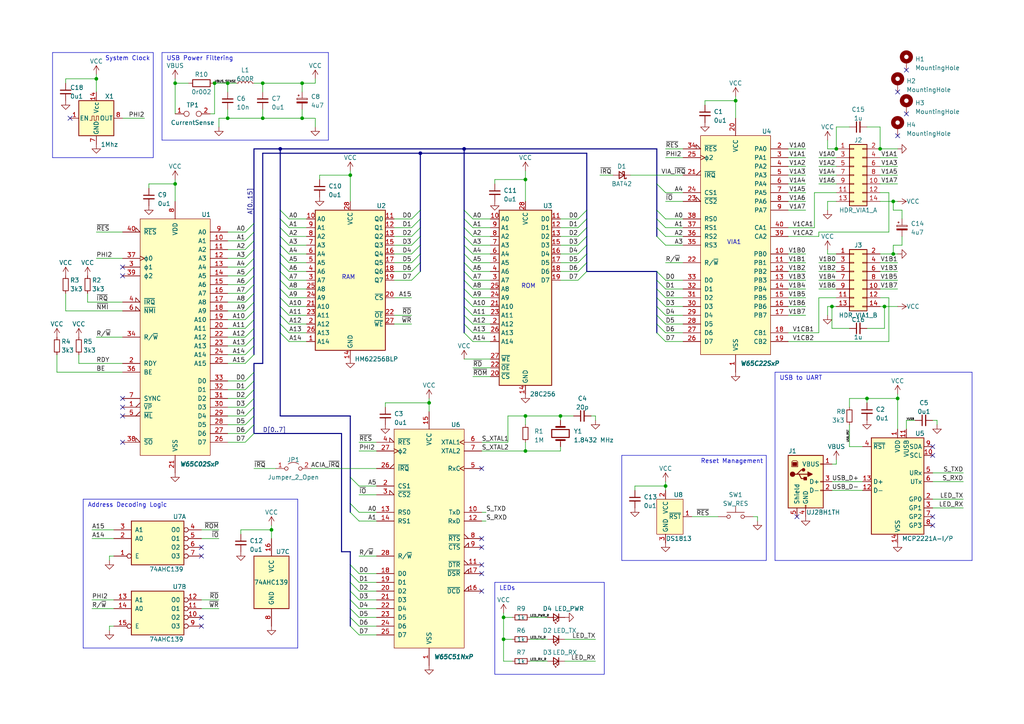
<source format=kicad_sch>
(kicad_sch (version 20230121) (generator eeschema)
  (paper "A4")
  (title_block (title "RetroStack - Minimum 6502 SBC") (date "2023-06-03") (rev "0") (company "Microcode.io"))
  (junction (at 121.92 44.45))
  (junction (at 81.28 43.18))
  (junction (at 213.36 29.21))
  (junction (at 101.6 50.8))
  (junction (at 78.74 153.67))
  (junction (at 76.2 24.13))
  (junction (at 87.63 34.29))
  (junction (at 146.05 185.42))
  (junction (at 76.2 34.29))
  (junction (at 27.94 22.86))
  (junction (at 162.56 120.65))
  (junction (at 152.4 120.65))
  (junction (at 256.54 88.9))
  (junction (at 193.04 140.97))
  (junction (at 50.8 53.34))
  (junction (at 146.05 179.07))
  (junction (at 50.8 24.13))
  (junction (at 241.3 88.9))
  (junction (at 255.27 43.18))
  (junction (at 66.04 24.13))
  (junction (at 251.46 115.57))
  (junction (at 152.4 130.81))
  (junction (at 260.35 115.57))
  (junction (at 87.63 24.13))
  (junction (at 259.08 73.66))
  (junction (at 66.04 34.29))
  (junction (at 152.4 52.07))
  (junction (at 242.57 43.18))
  (junction (at 259.08 58.42))
  (junction (at 134.62 43.18))
  (junction (at 124.46 116.84))
  (junction (at 62.23 24.13))
  (no_connect (at 20.32 34.29))
  (no_connect (at 35.56 77.47))
  (no_connect (at 139.7 135.89))
  (no_connect (at 58.42 158.75))
  (no_connect (at 270.51 149.86))
  (no_connect (at 270.51 152.4))
  (no_connect (at 35.56 115.57))
  (no_connect (at 262.89 33.02))
  (no_connect (at 139.7 163.83))
  (no_connect (at 58.42 181.61))
  (no_connect (at 260.35 26.67))
  (no_connect (at 260.35 39.37))
  (no_connect (at 58.42 179.07))
  (no_connect (at 270.51 132.08))
  (no_connect (at 35.56 128.27))
  (no_connect (at 139.7 166.37))
  (no_connect (at 139.7 158.75))
  (no_connect (at 270.51 129.54))
  (no_connect (at 35.56 120.65))
  (no_connect (at 58.42 161.29))
  (no_connect (at 139.7 171.45))
  (no_connect (at 139.7 156.21))
  (no_connect (at 35.56 80.01))
  (no_connect (at 35.56 118.11))
  (no_connect (at 262.89 20.32))
  (no_connect (at 231.14 149.86))
  (bus_entry (at 71.12 97.79) (size 2.54 -2.54))
  (bus_entry (at 71.12 69.85) (size 2.54 -2.54))
  (bus_entry (at 104.14 168.91) (size -2.54 -2.54))
  (bus_entry (at 193.04 71.12) (size -2.54 -2.54))
  (bus_entry (at 83.82 81.28) (size -2.54 -2.54))
  (bus_entry (at 137.16 96.52) (size -2.54 -2.54))
  (bus_entry (at 83.82 96.52) (size -2.54 -2.54))
  (bus_entry (at 119.38 81.28) (size 2.54 -2.54))
  (bus_entry (at 193.04 99.06) (size -2.54 -2.54))
  (bus_entry (at 119.38 63.5) (size 2.54 -2.54))
  (bus_entry (at 137.16 99.06) (size -2.54 -2.54))
  (bus_entry (at 71.12 82.55) (size 2.54 -2.54))
  (bus_entry (at 167.64 78.74) (size 2.54 -2.54))
  (bus_entry (at 137.16 78.74) (size -2.54 -2.54))
  (bus_entry (at 71.12 92.71) (size 2.54 -2.54))
  (bus_entry (at 83.82 83.82) (size -2.54 -2.54))
  (bus_entry (at 71.12 72.39) (size 2.54 -2.54))
  (bus_entry (at 193.04 83.82) (size -2.54 -2.54))
  (bus_entry (at 119.38 78.74) (size 2.54 -2.54))
  (bus_entry (at 71.12 90.17) (size 2.54 -2.54))
  (bus_entry (at 137.16 93.98) (size -2.54 -2.54))
  (bus_entry (at 104.14 140.97) (size -2.54 -2.54))
  (bus_entry (at 83.82 71.12) (size -2.54 -2.54))
  (bus_entry (at 137.16 91.44) (size -2.54 -2.54))
  (bus_entry (at 71.12 74.93) (size 2.54 -2.54))
  (bus_entry (at 193.04 88.9) (size -2.54 -2.54))
  (bus_entry (at 193.04 66.04) (size -2.54 -2.54))
  (bus_entry (at 71.12 105.41) (size 2.54 -2.54))
  (bus_entry (at 104.14 176.53) (size -2.54 -2.54))
  (bus_entry (at 137.16 81.28) (size -2.54 -2.54))
  (bus_entry (at 71.12 123.19) (size 2.54 -2.54))
  (bus_entry (at 71.12 128.27) (size 2.54 -2.54))
  (bus_entry (at 119.38 68.58) (size 2.54 -2.54))
  (bus_entry (at 193.04 68.58) (size -2.54 -2.54))
  (bus_entry (at 193.04 63.5) (size -2.54 -2.54))
  (bus_entry (at 119.38 76.2) (size 2.54 -2.54))
  (bus_entry (at 71.12 125.73) (size 2.54 -2.54))
  (bus_entry (at 193.04 96.52) (size -2.54 -2.54))
  (bus_entry (at 137.16 86.36) (size -2.54 -2.54))
  (bus_entry (at 83.82 76.2) (size -2.54 -2.54))
  (bus_entry (at 137.16 83.82) (size -2.54 -2.54))
  (bus_entry (at 167.64 73.66) (size 2.54 -2.54))
  (bus_entry (at 137.16 66.04) (size -2.54 -2.54))
  (bus_entry (at 71.12 67.31) (size 2.54 -2.54))
  (bus_entry (at 71.12 77.47) (size 2.54 -2.54))
  (bus_entry (at 167.64 81.28) (size 2.54 -2.54))
  (bus_entry (at 193.04 81.28) (size -2.54 -2.54))
  (bus_entry (at 193.04 91.44) (size -2.54 -2.54))
  (bus_entry (at 71.12 100.33) (size 2.54 -2.54))
  (bus_entry (at 83.82 86.36) (size -2.54 -2.54))
  (bus_entry (at 167.64 63.5) (size 2.54 -2.54))
  (bus_entry (at 104.14 184.15) (size -2.54 -2.54))
  (bus_entry (at 83.82 78.74) (size -2.54 -2.54))
  (bus_entry (at 83.82 68.58) (size -2.54 -2.54))
  (bus_entry (at 71.12 115.57) (size 2.54 -2.54))
  (bus_entry (at 71.12 120.65) (size 2.54 -2.54))
  (bus_entry (at 104.14 151.13) (size -2.54 -2.54))
  (bus_entry (at 104.14 148.59) (size -2.54 -2.54))
  (bus_entry (at 71.12 87.63) (size 2.54 -2.54))
  (bus_entry (at 83.82 99.06) (size -2.54 -2.54))
  (bus_entry (at 167.64 66.04) (size 2.54 -2.54))
  (bus_entry (at 137.16 63.5) (size -2.54 -2.54))
  (bus_entry (at 137.16 88.9) (size -2.54 -2.54))
  (bus_entry (at 104.14 173.99) (size -2.54 -2.54))
  (bus_entry (at 137.16 76.2) (size -2.54 -2.54))
  (bus_entry (at 71.12 110.49) (size 2.54 -2.54))
  (bus_entry (at 104.14 181.61) (size -2.54 -2.54))
  (bus_entry (at 83.82 73.66) (size -2.54 -2.54))
  (bus_entry (at 167.64 76.2) (size 2.54 -2.54))
  (bus_entry (at 119.38 66.04) (size 2.54 -2.54))
  (bus_entry (at 71.12 80.01) (size 2.54 -2.54))
  (bus_entry (at 83.82 93.98) (size -2.54 -2.54))
  (bus_entry (at 83.82 88.9) (size -2.54 -2.54))
  (bus_entry (at 71.12 85.09) (size 2.54 -2.54))
  (bus_entry (at 71.12 102.87) (size 2.54 -2.54))
  (bus_entry (at 167.64 68.58) (size 2.54 -2.54))
  (bus_entry (at 83.82 66.04) (size -2.54 -2.54))
  (bus_entry (at 71.12 95.25) (size 2.54 -2.54))
  (bus_entry (at 137.16 73.66) (size -2.54 -2.54))
  (bus_entry (at 137.16 68.58) (size -2.54 -2.54))
  (bus_entry (at 119.38 71.12) (size 2.54 -2.54))
  (bus_entry (at 71.12 118.11) (size 2.54 -2.54))
  (bus_entry (at 193.04 93.98) (size -2.54 -2.54))
  (bus_entry (at 193.04 55.88) (size -2.54 -2.54))
  (bus_entry (at 167.64 71.12) (size 2.54 -2.54))
  (bus_entry (at 104.14 179.07) (size -2.54 -2.54))
  (bus_entry (at 83.82 63.5) (size -2.54 -2.54))
  (bus_entry (at 104.14 171.45) (size -2.54 -2.54))
  (bus_entry (at 104.14 166.37) (size -2.54 -2.54))
  (bus_entry (at 193.04 86.36) (size -2.54 -2.54))
  (bus_entry (at 83.82 91.44) (size -2.54 -2.54))
  (bus_entry (at 119.38 73.66) (size 2.54 -2.54))
  (bus_entry (at 137.16 71.12) (size -2.54 -2.54))
  (bus_entry (at 71.12 113.03) (size 2.54 -2.54))
  (bus (pts (xy 101.6 168.91) (xy 101.6 166.37)))
  (bus (pts (xy 101.6 146.05) (xy 101.6 138.43)))
  (wire (pts (xy 198.12 91.44) (xy 193.04 91.44)))
  (wire (pts (xy 109.22 181.61) (xy 104.14 181.61)))
  (wire (pts (xy 246.38 129.54) (xy 246.38 123.19)))
  (wire (pts (xy 66.04 123.19) (xy 71.12 123.19)))
  (bus (pts (xy 134.62 91.44) (xy 134.62 88.9)))
  (wire (pts (xy 109.22 166.37) (xy 104.14 166.37)))
  (bus (pts (xy 101.6 179.07) (xy 101.6 176.53)))
  (bus (pts (xy 190.5 96.52) (xy 190.5 93.98)))
  (bus (pts (xy 81.28 81.28) (xy 81.28 78.74)))
  (wire (pts (xy 146.05 185.42) (xy 146.05 191.77)))
  (wire (pts (xy 255.27 48.26) (xy 260.35 48.26)))
  (wire (pts (xy 242.57 36.83) (xy 242.57 43.18)))
  (bus (pts (xy 121.92 63.5) (xy 121.92 60.96)))
  (bus (pts (xy 73.66 82.55) (xy 73.66 80.01)))
  (wire (pts (xy 228.6 60.96) (xy 233.68 60.96)))
  (wire (pts (xy 142.24 81.28) (xy 137.16 81.28)))
  (wire (pts (xy 142.24 99.06) (xy 137.16 99.06)))
  (wire (pts (xy 63.5 36.83) (xy 63.5 34.29)))
  (wire (pts (xy 241.3 95.25) (xy 241.3 88.9)))
  (wire (pts (xy 88.9 66.04) (xy 83.82 66.04)))
  (wire (pts (xy 270.51 137.16) (xy 279.4 137.16)))
  (wire (pts (xy 27.94 74.93) (xy 35.56 74.93)))
  (wire (pts (xy 228.6 45.72) (xy 233.68 45.72)))
  (wire (pts (xy 152.4 52.07) (xy 152.4 58.42)))
  (wire (pts (xy 25.4 87.63) (xy 35.56 87.63)))
  (wire (pts (xy 142.24 78.74) (xy 137.16 78.74)))
  (wire (pts (xy 58.42 156.21) (xy 63.5 156.21)))
  (wire (pts (xy 237.49 45.72) (xy 242.57 45.72)))
  (bus (pts (xy 73.66 118.11) (xy 73.66 115.57)))
  (wire (pts (xy 162.56 63.5) (xy 167.64 63.5)))
  (wire (pts (xy 66.04 90.17) (xy 71.12 90.17)))
  (wire (pts (xy 58.42 176.53) (xy 63.5 176.53)))
  (bus (pts (xy 73.66 80.01) (xy 73.66 77.47)))
  (wire (pts (xy 153.67 185.42) (xy 158.75 185.42)))
  (wire (pts (xy 142.24 63.5) (xy 137.16 63.5)))
  (wire (pts (xy 152.4 49.53) (xy 152.4 52.07)))
  (wire (pts (xy 171.45 120.65) (xy 172.72 120.65)))
  (wire (pts (xy 66.04 74.93) (xy 71.12 74.93)))
  (wire (pts (xy 87.63 24.13) (xy 91.44 24.13)))
  (wire (pts (xy 193.04 139.7) (xy 193.04 140.97)))
  (wire (pts (xy 162.56 68.58) (xy 167.64 68.58)))
  (bus (pts (xy 81.28 91.44) (xy 81.28 88.9)))
  (wire (pts (xy 204.47 30.48) (xy 204.47 29.21)))
  (wire (pts (xy 261.62 60.96) (xy 259.08 60.96)))
  (polyline (pts (xy 224.79 162.56) (xy 224.79 107.95)))
  (wire (pts (xy 111.76 116.84) (xy 124.46 116.84)))
  (wire (pts (xy 66.04 95.25) (xy 71.12 95.25)))
  (bus (pts (xy 101.6 160.02) (xy 99.06 160.02)))
  (wire (pts (xy 58.42 153.67) (xy 63.5 153.67)))
  (wire (pts (xy 66.04 97.79) (xy 71.12 97.79)))
  (wire (pts (xy 66.04 120.65) (xy 71.12 120.65)))
  (wire (pts (xy 31.75 161.29) (xy 31.75 162.56)))
  (wire (pts (xy 270.51 139.7) (xy 279.4 139.7)))
  (wire (pts (xy 251.46 95.25) (xy 256.54 95.25)))
  (wire (pts (xy 250.19 129.54) (xy 246.38 129.54)))
  (bus (pts (xy 73.66 85.09) (xy 73.66 82.55)))
  (wire (pts (xy 91.44 34.29) (xy 91.44 36.83)))
  (bus (pts (xy 81.28 60.96) (xy 81.28 43.18)))
  (wire (pts (xy 69.85 153.67) (xy 78.74 153.67)))
  (wire (pts (xy 88.9 99.06) (xy 83.82 99.06)))
  (bus (pts (xy 170.18 76.2) (xy 170.18 73.66)))
  (wire (pts (xy 33.02 161.29) (xy 31.75 161.29)))
  (wire (pts (xy 114.3 68.58) (xy 119.38 68.58)))
  (wire (pts (xy 237.49 68.58) (xy 237.49 67.31)))
  (wire (pts (xy 78.74 152.4) (xy 78.74 153.67)))
  (wire (pts (xy 228.6 86.36) (xy 233.68 86.36)))
  (wire (pts (xy 142.24 71.12) (xy 137.16 71.12)))
  (bus (pts (xy 73.66 92.71) (xy 73.66 90.17)))
  (polyline (pts (xy 281.94 107.95) (xy 281.94 162.56)))
  (wire (pts (xy 237.49 76.2) (xy 242.57 76.2)))
  (wire (pts (xy 228.6 91.44) (xy 233.68 91.44)))
  (wire (pts (xy 198.12 86.36) (xy 193.04 86.36)))
  (bus (pts (xy 81.28 96.52) (xy 81.28 120.65)))
  (wire (pts (xy 261.62 71.12) (xy 259.08 71.12)))
  (wire (pts (xy 228.6 48.26) (xy 233.68 48.26)))
  (wire (pts (xy 193.04 68.58) (xy 198.12 68.58)))
  (bus (pts (xy 73.66 115.57) (xy 73.66 113.03)))
  (bus (pts (xy 134.62 76.2) (xy 134.62 73.66)))
  (wire (pts (xy 152.4 120.65) (xy 147.32 120.65)))
  (bus (pts (xy 73.66 125.73) (xy 73.66 123.19)))
  (wire (pts (xy 50.8 22.86) (xy 50.8 24.13)))
  (wire (pts (xy 109.22 171.45) (xy 104.14 171.45)))
  (bus (pts (xy 73.66 110.49) (xy 73.66 107.95)))
  (bus (pts (xy 81.28 120.65) (xy 101.6 120.65)))
  (wire (pts (xy 114.3 76.2) (xy 119.38 76.2)))
  (wire (pts (xy 142.24 91.44) (xy 137.16 91.44)))
  (wire (pts (xy 27.94 67.31) (xy 35.56 67.31)))
  (polyline (pts (xy 24.13 187.96) (xy 24.13 144.78)))
  (wire (pts (xy 66.04 125.73) (xy 71.12 125.73)))
  (polyline (pts (xy 15.24 45.72) (xy 15.24 15.24)))
  (wire (pts (xy 60.96 33.02) (xy 62.23 33.02)))
  (wire (pts (xy 88.9 93.98) (xy 83.82 93.98)))
  (bus (pts (xy 170.18 78.74) (xy 190.5 78.74)))
  (wire (pts (xy 88.9 63.5) (xy 83.82 63.5)))
  (bus (pts (xy 190.5 91.44) (xy 190.5 88.9)))
  (wire (pts (xy 76.2 34.29) (xy 87.63 34.29)))
  (wire (pts (xy 193.04 45.72) (xy 198.12 45.72)))
  (wire (pts (xy 109.22 176.53) (xy 104.14 176.53)))
  (wire (pts (xy 255.27 50.8) (xy 260.35 50.8)))
  (bus (pts (xy 76.2 44.45) (xy 121.92 44.45)))
  (wire (pts (xy 255.27 73.66) (xy 259.08 73.66)))
  (wire (pts (xy 139.7 148.59) (xy 140.97 148.59)))
  (wire (pts (xy 26.67 153.67) (xy 33.02 153.67)))
  (wire (pts (xy 241.3 134.62) (xy 242.57 134.62)))
  (wire (pts (xy 237.49 86.36) (xy 242.57 86.36)))
  (wire (pts (xy 242.57 73.66) (xy 240.03 73.66)))
  (wire (pts (xy 228.6 83.82) (xy 233.68 83.82)))
  (wire (pts (xy 162.56 71.12) (xy 167.64 71.12)))
  (wire (pts (xy 237.49 50.8) (xy 242.57 50.8)))
  (wire (pts (xy 242.57 88.9) (xy 241.3 88.9)))
  (polyline (pts (xy 180.34 132.08) (xy 222.25 132.08)))
  (wire (pts (xy 198.12 99.06) (xy 193.04 99.06)))
  (wire (pts (xy 242.57 43.18) (xy 240.03 43.18)))
  (wire (pts (xy 22.86 102.87) (xy 22.86 105.41)))
  (bus (pts (xy 170.18 63.5) (xy 170.18 60.96)))
  (bus (pts (xy 134.62 78.74) (xy 134.62 76.2)))
  (wire (pts (xy 90.17 135.89) (xy 109.22 135.89)))
  (wire (pts (xy 101.6 49.53) (xy 101.6 50.8)))
  (wire (pts (xy 73.66 135.89) (xy 80.01 135.89)))
  (wire (pts (xy 66.04 82.55) (xy 71.12 82.55)))
  (bus (pts (xy 170.18 44.45) (xy 121.92 44.45)))
  (bus (pts (xy 81.28 63.5) (xy 81.28 60.96)))
  (wire (pts (xy 163.83 191.77) (xy 172.72 191.77)))
  (bus (pts (xy 76.2 105.41) (xy 76.2 44.45)))
  (bus (pts (xy 81.28 68.58) (xy 81.28 66.04)))
  (wire (pts (xy 198.12 81.28) (xy 193.04 81.28)))
  (wire (pts (xy 139.7 151.13) (xy 140.97 151.13)))
  (wire (pts (xy 142.24 104.14) (xy 134.62 104.14)))
  (wire (pts (xy 228.6 73.66) (xy 233.68 73.66)))
  (wire (pts (xy 146.05 177.8) (xy 146.05 179.07)))
  (wire (pts (xy 109.22 184.15) (xy 104.14 184.15)))
  (wire (pts (xy 66.04 113.03) (xy 71.12 113.03)))
  (polyline (pts (xy 46.99 15.24) (xy 95.25 15.24)))
  (wire (pts (xy 114.3 91.44) (xy 119.38 91.44)))
  (polyline (pts (xy 222.25 132.08) (xy 222.25 162.56)))
  (wire (pts (xy 240.03 88.9) (xy 240.03 91.44)))
  (polyline (pts (xy 44.45 15.24) (xy 44.45 45.72)))
  (wire (pts (xy 91.44 24.13) (xy 91.44 22.86)))
  (wire (pts (xy 257.81 86.36) (xy 257.81 99.06)))
  (wire (pts (xy 76.2 31.75) (xy 76.2 34.29)))
  (wire (pts (xy 255.27 78.74) (xy 260.35 78.74)))
  (wire (pts (xy 237.49 53.34) (xy 242.57 53.34)))
  (bus (pts (xy 170.18 71.12) (xy 170.18 68.58)))
  (wire (pts (xy 237.49 96.52) (xy 237.49 86.36)))
  (wire (pts (xy 104.14 148.59) (xy 109.22 148.59)))
  (bus (pts (xy 73.66 43.18) (xy 81.28 43.18)))
  (wire (pts (xy 255.27 83.82) (xy 260.35 83.82)))
  (wire (pts (xy 101.6 50.8) (xy 101.6 58.42)))
  (wire (pts (xy 114.3 63.5) (xy 119.38 63.5)))
  (wire (pts (xy 255.27 88.9) (xy 256.54 88.9)))
  (bus (pts (xy 73.66 102.87) (xy 73.66 100.33)))
  (wire (pts (xy 152.4 130.81) (xy 162.56 130.81)))
  (wire (pts (xy 88.9 83.82) (xy 83.82 83.82)))
  (wire (pts (xy 88.9 88.9) (xy 83.82 88.9)))
  (wire (pts (xy 236.22 66.04) (xy 236.22 55.88)))
  (wire (pts (xy 27.94 22.86) (xy 27.94 26.67)))
  (bus (pts (xy 170.18 44.45) (xy 170.18 60.96)))
  (wire (pts (xy 69.85 154.94) (xy 69.85 153.67)))
  (wire (pts (xy 66.04 105.41) (xy 71.12 105.41)))
  (wire (pts (xy 146.05 185.42) (xy 148.59 185.42)))
  (wire (pts (xy 166.37 120.65) (xy 162.56 120.65)))
  (wire (pts (xy 104.14 130.81) (xy 109.22 130.81)))
  (wire (pts (xy 242.57 58.42) (xy 240.03 58.42)))
  (bus (pts (xy 121.92 66.04) (xy 121.92 63.5)))
  (wire (pts (xy 162.56 78.74) (xy 167.64 78.74)))
  (wire (pts (xy 193.04 58.42) (xy 198.12 58.42)))
  (wire (pts (xy 251.46 116.84) (xy 251.46 115.57)))
  (bus (pts (xy 190.5 86.36) (xy 190.5 83.82)))
  (wire (pts (xy 237.49 67.31) (xy 257.81 67.31)))
  (wire (pts (xy 147.32 128.27) (xy 139.7 128.27)))
  (wire (pts (xy 193.04 140.97) (xy 193.04 142.24)))
  (wire (pts (xy 148.59 191.77) (xy 146.05 191.77)))
  (wire (pts (xy 198.12 88.9) (xy 193.04 88.9)))
  (wire (pts (xy 66.04 118.11) (xy 71.12 118.11)))
  (bus (pts (xy 134.62 60.96) (xy 134.62 43.18)))
  (bus (pts (xy 73.66 74.93) (xy 73.66 72.39)))
  (wire (pts (xy 22.86 105.41) (xy 35.56 105.41)))
  (wire (pts (xy 142.24 93.98) (xy 137.16 93.98)))
  (wire (pts (xy 152.4 120.65) (xy 152.4 123.19)))
  (wire (pts (xy 104.14 151.13) (xy 109.22 151.13)))
  (wire (pts (xy 182.88 50.8) (xy 198.12 50.8)))
  (wire (pts (xy 66.04 102.87) (xy 71.12 102.87)))
  (wire (pts (xy 228.6 78.74) (xy 233.68 78.74)))
  (wire (pts (xy 114.3 81.28) (xy 119.38 81.28)))
  (bus (pts (xy 190.5 63.5) (xy 190.5 60.96)))
  (wire (pts (xy 162.56 73.66) (xy 167.64 73.66)))
  (wire (pts (xy 219.71 149.86) (xy 219.71 151.13)))
  (wire (pts (xy 193.04 76.2) (xy 198.12 76.2)))
  (wire (pts (xy 152.4 128.27) (xy 152.4 130.81)))
  (wire (pts (xy 142.24 66.04) (xy 137.16 66.04)))
  (wire (pts (xy 259.08 71.12) (xy 259.08 73.66)))
  (wire (pts (xy 198.12 83.82) (xy 193.04 83.82)))
  (wire (pts (xy 162.56 130.81) (xy 162.56 129.54)))
  (wire (pts (xy 240.03 58.42) (xy 240.03 60.96)))
  (bus (pts (xy 121.92 73.66) (xy 121.92 71.12)))
  (bus (pts (xy 73.66 113.03) (xy 73.66 110.49)))
  (bus (pts (xy 121.92 78.74) (xy 121.92 76.2)))
  (wire (pts (xy 193.04 71.12) (xy 198.12 71.12)))
  (bus (pts (xy 170.18 73.66) (xy 170.18 71.12)))
  (wire (pts (xy 257.81 55.88) (xy 255.27 55.88)))
  (bus (pts (xy 101.6 138.43) (xy 101.6 120.65)))
  (wire (pts (xy 228.6 66.04) (xy 236.22 66.04)))
  (wire (pts (xy 218.44 149.86) (xy 219.71 149.86)))
  (wire (pts (xy 26.67 173.99) (xy 33.02 173.99)))
  (bus (pts (xy 73.66 120.65) (xy 73.66 118.11)))
  (wire (pts (xy 66.04 69.85) (xy 71.12 69.85)))
  (wire (pts (xy 246.38 95.25) (xy 241.3 95.25)))
  (wire (pts (xy 124.46 115.57) (xy 124.46 116.84)))
  (wire (pts (xy 62.23 24.13) (xy 66.04 24.13)))
  (wire (pts (xy 163.83 185.42) (xy 172.72 185.42)))
  (wire (pts (xy 213.36 29.21) (xy 213.36 27.94)))
  (bus (pts (xy 101.6 163.83) (xy 101.6 160.02)))
  (wire (pts (xy 88.9 86.36) (xy 83.82 86.36)))
  (wire (pts (xy 114.3 73.66) (xy 119.38 73.66)))
  (wire (pts (xy 19.05 22.86) (xy 27.94 22.86)))
  (wire (pts (xy 228.6 53.34) (xy 233.68 53.34)))
  (wire (pts (xy 153.67 179.07) (xy 158.75 179.07)))
  (bus (pts (xy 134.62 73.66) (xy 134.62 71.12)))
  (wire (pts (xy 184.15 142.24) (xy 184.15 140.97)))
  (polyline (pts (xy 222.25 162.56) (xy 180.34 162.56)))
  (wire (pts (xy 88.9 71.12) (xy 83.82 71.12)))
  (wire (pts (xy 240.03 40.64) (xy 240.03 43.18)))
  (wire (pts (xy 104.14 140.97) (xy 109.22 140.97)))
  (wire (pts (xy 104.14 161.29) (xy 109.22 161.29)))
  (polyline (pts (xy 46.99 40.64) (xy 95.25 40.64)))
  (wire (pts (xy 228.6 81.28) (xy 233.68 81.28)))
  (wire (pts (xy 88.9 78.74) (xy 83.82 78.74)))
  (polyline (pts (xy 180.34 161.29) (xy 180.34 132.08)))
  (wire (pts (xy 147.32 120.65) (xy 147.32 128.27)))
  (wire (pts (xy 25.4 85.09) (xy 25.4 87.63)))
  (wire (pts (xy 251.46 115.57) (xy 260.35 115.57)))
  (wire (pts (xy 114.3 93.98) (xy 119.38 93.98)))
  (wire (pts (xy 114.3 71.12) (xy 119.38 71.12)))
  (bus (pts (xy 73.66 95.25) (xy 73.66 92.71)))
  (bus (pts (xy 81.28 76.2) (xy 81.28 73.66)))
  (wire (pts (xy 31.75 181.61) (xy 31.75 182.88)))
  (wire (pts (xy 184.15 140.97) (xy 193.04 140.97)))
  (bus (pts (xy 81.28 88.9) (xy 81.28 86.36)))
  (bus (pts (xy 121.92 44.45) (xy 121.92 60.96)))
  (wire (pts (xy 200.66 149.86) (xy 208.28 149.86)))
  (bus (pts (xy 73.66 97.79) (xy 73.66 95.25)))
  (bus (pts (xy 81.28 73.66) (xy 81.28 71.12)))
  (bus (pts (xy 134.62 86.36) (xy 134.62 83.82)))
  (wire (pts (xy 246.38 118.11) (xy 246.38 115.57)))
  (wire (pts (xy 109.22 173.99) (xy 104.14 173.99)))
  (bus (pts (xy 121.92 76.2) (xy 121.92 73.66)))
  (wire (pts (xy 114.3 78.74) (xy 119.38 78.74)))
  (wire (pts (xy 255.27 53.34) (xy 260.35 53.34)))
  (wire (pts (xy 228.6 68.58) (xy 237.49 68.58)))
  (wire (pts (xy 143.51 53.34) (xy 143.51 52.07)))
  (bus (pts (xy 190.5 88.9) (xy 190.5 86.36)))
  (wire (pts (xy 270.51 147.32) (xy 279.4 147.32)))
  (wire (pts (xy 142.24 68.58) (xy 137.16 68.58)))
  (wire (pts (xy 142.24 76.2) (xy 137.16 76.2)))
  (wire (pts (xy 255.27 45.72) (xy 260.35 45.72)))
  (bus (pts (xy 190.5 60.96) (xy 190.5 53.34)))
  (wire (pts (xy 50.8 24.13) (xy 50.8 33.02)))
  (wire (pts (xy 137.16 106.68) (xy 142.24 106.68)))
  (wire (pts (xy 260.35 114.3) (xy 260.35 115.57)))
  (wire (pts (xy 193.04 43.18) (xy 198.12 43.18)))
  (bus (pts (xy 190.5 53.34) (xy 190.5 43.18)))
  (polyline (pts (xy 15.24 45.72) (xy 44.45 45.72)))
  (bus (pts (xy 73.66 105.41) (xy 76.2 105.41)))
  (wire (pts (xy 66.04 24.13) (xy 66.04 26.67)))
  (bus (pts (xy 81.28 86.36) (xy 81.28 83.82)))
  (wire (pts (xy 19.05 24.13) (xy 19.05 22.86)))
  (wire (pts (xy 162.56 120.65) (xy 162.56 121.92)))
  (wire (pts (xy 198.12 96.52) (xy 193.04 96.52)))
  (wire (pts (xy 193.04 63.5) (xy 198.12 63.5)))
  (wire (pts (xy 236.22 55.88) (xy 242.57 55.88)))
  (wire (pts (xy 255.27 81.28) (xy 260.35 81.28)))
  (polyline (pts (xy 15.24 15.24) (xy 44.45 15.24)))
  (wire (pts (xy 193.04 66.04) (xy 198.12 66.04)))
  (polyline (pts (xy 24.13 187.96) (xy 86.36 187.96)))
  (bus (pts (xy 190.5 93.98) (xy 190.5 91.44)))
  (wire (pts (xy 16.51 102.87) (xy 16.51 107.95)))
  (wire (pts (xy 50.8 52.07) (xy 50.8 53.34)))
  (bus (pts (xy 101.6 173.99) (xy 101.6 171.45)))
  (wire (pts (xy 262.89 121.92) (xy 265.43 121.92)))
  (wire (pts (xy 43.18 54.61) (xy 43.18 53.34)))
  (wire (pts (xy 270.51 121.92) (xy 271.78 121.92)))
  (wire (pts (xy 228.6 88.9) (xy 233.68 88.9)))
  (wire (pts (xy 246.38 115.57) (xy 251.46 115.57)))
  (wire (pts (xy 87.63 24.13) (xy 87.63 26.67)))
  (wire (pts (xy 111.76 118.11) (xy 111.76 116.84)))
  (polyline (pts (xy 180.34 161.29) (xy 180.34 162.56)))
  (wire (pts (xy 162.56 81.28) (xy 167.64 81.28)))
  (wire (pts (xy 19.05 90.17) (xy 35.56 90.17)))
  (polyline (pts (xy 86.36 144.78) (xy 86.36 187.96)))
  (wire (pts (xy 146.05 179.07) (xy 146.05 185.42)))
  (wire (pts (xy 240.03 72.39) (xy 240.03 73.66)))
  (bus (pts (xy 73.66 72.39) (xy 73.66 69.85)))
  (wire (pts (xy 16.51 107.95) (xy 35.56 107.95)))
  (bus (pts (xy 81.28 96.52) (xy 81.28 93.98)))
  (wire (pts (xy 66.04 80.01) (xy 71.12 80.01)))
  (bus (pts (xy 81.28 43.18) (xy 134.62 43.18)))
  (wire (pts (xy 257.81 67.31) (xy 257.81 55.88)))
  (polyline (pts (xy 224.79 107.95) (xy 281.94 107.95)))
  (wire (pts (xy 172.72 120.65) (xy 172.72 121.92)))
  (wire (pts (xy 62.23 24.13) (xy 62.23 33.02)))
  (wire (pts (xy 66.04 100.33) (xy 71.12 100.33)))
  (wire (pts (xy 146.05 179.07) (xy 148.59 179.07)))
  (bus (pts (xy 134.62 96.52) (xy 134.62 93.98)))
  (wire (pts (xy 241.3 88.9) (xy 240.03 88.9)))
  (bus (pts (xy 73.66 123.19) (xy 73.66 120.65)))
  (wire (pts (xy 76.2 24.13) (xy 87.63 24.13)))
  (bus (pts (xy 190.5 81.28) (xy 190.5 78.74)))
  (wire (pts (xy 259.08 58.42) (xy 260.35 58.42)))
  (wire (pts (xy 76.2 24.13) (xy 76.2 26.67)))
  (wire (pts (xy 259.08 73.66) (xy 260.35 73.66)))
  (wire (pts (xy 228.6 96.52) (xy 237.49 96.52)))
  (bus (pts (xy 170.18 66.04) (xy 170.18 63.5)))
  (wire (pts (xy 241.3 142.24) (xy 250.19 142.24)))
  (wire (pts (xy 88.9 73.66) (xy 83.82 73.66)))
  (wire (pts (xy 262.89 124.46) (xy 262.89 121.92)))
  (bus (pts (xy 190.5 43.18) (xy 134.62 43.18)))
  (bus (pts (xy 73.66 77.47) (xy 73.66 74.93)))
  (wire (pts (xy 142.24 83.82) (xy 137.16 83.82)))
  (wire (pts (xy 228.6 55.88) (xy 233.68 55.88)))
  (bus (pts (xy 134.62 68.58) (xy 134.62 66.04)))
  (wire (pts (xy 139.7 130.81) (xy 152.4 130.81)))
  (wire (pts (xy 204.47 29.21) (xy 213.36 29.21)))
  (bus (pts (xy 81.28 71.12) (xy 81.28 68.58)))
  (wire (pts (xy 260.35 115.57) (xy 260.35 124.46)))
  (wire (pts (xy 228.6 58.42) (xy 233.68 58.42)))
  (wire (pts (xy 142.24 86.36) (xy 137.16 86.36)))
  (wire (pts (xy 19.05 85.09) (xy 19.05 90.17)))
  (bus (pts (xy 73.66 100.33) (xy 73.66 97.79)))
  (bus (pts (xy 81.28 78.74) (xy 81.28 76.2)))
  (wire (pts (xy 198.12 93.98) (xy 193.04 93.98)))
  (wire (pts (xy 104.14 128.27) (xy 109.22 128.27)))
  (wire (pts (xy 193.04 55.88) (xy 198.12 55.88)))
  (wire (pts (xy 27.94 21.59) (xy 27.94 22.86)))
  (bus (pts (xy 134.62 81.28) (xy 134.62 78.74)))
  (wire (pts (xy 255.27 76.2) (xy 260.35 76.2)))
  (wire (pts (xy 237.49 83.82) (xy 242.57 83.82)))
  (wire (pts (xy 92.71 50.8) (xy 101.6 50.8)))
  (wire (pts (xy 142.24 88.9) (xy 137.16 88.9)))
  (wire (pts (xy 162.56 76.2) (xy 167.64 76.2)))
  (wire (pts (xy 88.9 68.58) (xy 83.82 68.58)))
  (polyline (pts (xy 224.79 162.56) (xy 281.94 162.56)))
  (wire (pts (xy 124.46 116.84) (xy 124.46 119.38)))
  (wire (pts (xy 237.49 78.74) (xy 242.57 78.74)))
  (bus (pts (xy 134.62 71.12) (xy 134.62 68.58)))
  (wire (pts (xy 271.78 121.92) (xy 271.78 123.19)))
  (wire (pts (xy 66.04 31.75) (xy 66.04 34.29)))
  (polyline (pts (xy 24.13 144.78) (xy 86.36 144.78)))
  (wire (pts (xy 241.3 139.7) (xy 250.19 139.7)))
  (bus (pts (xy 81.28 66.04) (xy 81.28 63.5)))
  (wire (pts (xy 35.56 34.29) (xy 41.91 34.29)))
  (wire (pts (xy 26.67 156.21) (xy 33.02 156.21)))
  (wire (pts (xy 259.08 58.42) (xy 259.08 60.96)))
  (wire (pts (xy 261.62 63.5) (xy 261.62 60.96)))
  (wire (pts (xy 242.57 134.62) (xy 242.57 133.35)))
  (bus (pts (xy 99.06 125.73) (xy 73.66 125.73)))
  (bus (pts (xy 101.6 148.59) (xy 101.6 146.05)))
  (bus (pts (xy 170.18 78.74) (xy 170.18 76.2)))
  (polyline (pts (xy 143.51 195.58) (xy 175.26 195.58)))
  (wire (pts (xy 114.3 66.04) (xy 119.38 66.04)))
  (wire (pts (xy 137.16 109.22) (xy 142.24 109.22)))
  (bus (pts (xy 121.92 71.12) (xy 121.92 68.58)))
  (wire (pts (xy 66.04 128.27) (xy 71.12 128.27)))
  (bus (pts (xy 101.6 181.61) (xy 101.6 179.07)))
  (wire (pts (xy 256.54 88.9) (xy 260.35 88.9)))
  (wire (pts (xy 228.6 99.06) (xy 257.81 99.06)))
  (wire (pts (xy 27.94 97.79) (xy 35.56 97.79)))
  (bus (pts (xy 73.66 90.17) (xy 73.66 87.63)))
  (wire (pts (xy 87.63 34.29) (xy 91.44 34.29)))
  (wire (pts (xy 63.5 34.29) (xy 66.04 34.29)))
  (bus (pts (xy 134.62 63.5) (xy 134.62 60.96)))
  (wire (pts (xy 142.24 73.66) (xy 137.16 73.66)))
  (wire (pts (xy 66.04 110.49) (xy 71.12 110.49)))
  (wire (pts (xy 162.56 120.65) (xy 152.4 120.65)))
  (bus (pts (xy 81.28 93.98) (xy 81.28 91.44)))
  (bus (pts (xy 190.5 83.82) (xy 190.5 81.28)))
  (wire (pts (xy 43.18 53.34) (xy 50.8 53.34)))
  (wire (pts (xy 87.63 31.75) (xy 87.63 34.29)))
  (wire (pts (xy 261.62 68.58) (xy 261.62 71.12)))
  (wire (pts (xy 251.46 36.83) (xy 255.27 36.83)))
  (polyline (pts (xy 175.26 195.58) (xy 175.26 168.91)))
  (bus (pts (xy 73.66 107.95) (xy 73.66 105.41)))
  (wire (pts (xy 50.8 24.13) (xy 54.61 24.13)))
  (wire (pts (xy 255.27 58.42) (xy 259.08 58.42)))
  (bus (pts (xy 73.66 87.63) (xy 73.66 85.09)))
  (bus (pts (xy 101.6 176.53) (xy 101.6 173.99)))
  (wire (pts (xy 73.66 24.13) (xy 76.2 24.13)))
  (bus (pts (xy 134.62 83.82) (xy 134.62 81.28)))
  (wire (pts (xy 237.49 48.26) (xy 242.57 48.26)))
  (bus (pts (xy 101.6 166.37) (xy 101.6 163.83)))
  (bus (pts (xy 190.5 66.04) (xy 190.5 63.5)))
  (wire (pts (xy 88.9 81.28) (xy 83.82 81.28)))
  (polyline (pts (xy 143.51 168.91) (xy 175.26 168.91)))
  (wire (pts (xy 26.67 176.53) (xy 33.02 176.53)))
  (wire (pts (xy 270.51 144.78) (xy 279.4 144.78)))
  (wire (pts (xy 213.36 29.21) (xy 213.36 34.29)))
  (bus (pts (xy 99.06 160.02) (xy 99.06 125.73)))
  (bus (pts (xy 134.62 88.9) (xy 134.62 86.36)))
  (bus (pts (xy 134.62 93.98) (xy 134.62 91.44)))
  (polyline (pts (xy 46.99 15.24) (xy 46.99 40.64)))
  (wire (pts (xy 143.51 52.07) (xy 152.4 52.07)))
  (wire (pts (xy 78.74 153.67) (xy 78.74 156.21)))
  (wire (pts (xy 33.02 181.61) (xy 31.75 181.61)))
  (wire (pts (xy 50.8 53.34) (xy 50.8 58.42)))
  (wire (pts (xy 162.56 66.04) (xy 167.64 66.04)))
  (wire (pts (xy 66.04 87.63) (xy 71.12 87.63)))
  (wire (pts (xy 66.04 115.57) (xy 71.12 115.57)))
  (bus (pts (xy 73.66 64.77) (xy 73.66 43.18)))
  (wire (pts (xy 66.04 72.39) (xy 71.12 72.39)))
  (wire (pts (xy 257.81 86.36) (xy 255.27 86.36)))
  (bus (pts (xy 134.62 66.04) (xy 134.62 63.5)))
  (wire (pts (xy 109.22 179.07) (xy 104.14 179.07)))
  (wire (pts (xy 228.6 76.2) (xy 233.68 76.2)))
  (wire (pts (xy 88.9 91.44) (xy 83.82 91.44)))
  (wire (pts (xy 66.04 77.47) (xy 71.12 77.47)))
  (wire (pts (xy 92.71 52.07) (xy 92.71 50.8)))
  (wire (pts (xy 173.99 50.8) (xy 177.8 50.8)))
  (wire (pts (xy 142.24 96.52) (xy 137.16 96.52)))
  (wire (pts (xy 66.04 92.71) (xy 71.12 92.71)))
  (wire (pts (xy 237.49 81.28) (xy 242.57 81.28)))
  (wire (pts (xy 246.38 36.83) (xy 242.57 36.83)))
  (bus (pts (xy 190.5 68.58) (xy 190.5 66.04)))
  (wire (pts (xy 58.42 173.99) (xy 63.5 173.99)))
  (wire (pts (xy 109.22 168.91) (xy 104.14 168.91)))
  (wire (pts (xy 228.6 43.18) (xy 233.68 43.18)))
  (bus (pts (xy 73.66 67.31) (xy 73.66 64.77)))
  (wire (pts (xy 255.27 36.83) (xy 255.27 43.18)))
  (wire (pts (xy 66.04 67.31) (xy 71.12 67.31)))
  (wire (pts (xy 66.04 34.29) (xy 76.2 34.29)))
  (bus (pts (xy 170.18 68.58) (xy 170.18 66.04)))
  (polyline (pts (xy 143.51 168.91) (xy 143.51 195.58)))
  (wire (pts (xy 88.9 96.52) (xy 83.82 96.52)))
  (bus (pts (xy 81.28 83.82) (xy 81.28 81.28)))
  (polyline (pts (xy 95.25 40.64) (xy 95.25 15.24)))
  (wire (pts (xy 66.04 85.09) (xy 71.12 85.09)))
  (wire (pts (xy 256.54 95.25) (xy 256.54 88.9)))
  (wire (pts (xy 153.67 191.77) (xy 158.75 191.77)))
  (wire (pts (xy 66.04 24.13) (xy 68.58 24.13)))
  (bus (pts (xy 101.6 171.45) (xy 101.6 168.91)))
  (wire (pts (xy 255.27 43.18) (xy 260.35 43.18)))
  (bus (pts (xy 121.92 68.58) (xy 121.92 66.04)))
  (bus (pts (xy 73.66 69.85) (xy 73.66 67.31)))
  (wire (pts (xy 114.3 86.36) (xy 119.38 86.36)))
  (wire (pts (xy 104.14 143.51) (xy 109.22 143.51)))
  (wire (pts (xy 228.6 50.8) (xy 233.68 50.8)))
  (wire (pts (xy 88.9 76.2) (xy 83.82 76.2)))
  (text "LEDs\n" (at 144.78 171.45 0) (effects (font (size 1.27 1.27)) (justify left bottom)))
  (text "System Clock" (at 30.48 17.78 0) (effects (font (size 1.27 1.27)) (justify left bottom)))
  (text "USB to UART" (at 226.06 110.49 0) (effects (font (size 1.27 1.27)) (justify left bottom)))
  (text "USB Power Filtering" (at 48.26 17.78 0) (effects (font (size 1.27 1.27)) (justify left bottom)))
  (text "ROM" (at 151.13 83.82 0) (effects (font (size 1.27 1.27)) (justify left bottom)))
  (text "Address Decoding Logic" (at 25.4 147.32 0) (effects (font (size 1.27 1.27)) (justify left bottom)))
  (text "Reset Management" (at 203.2 134.62 0) (effects (font (size 1.27 1.27)) (justify left bottom)))
  (text "VIA1" (at 210.82 71.12 0) (effects (font (size 1.27 1.27)) (justify left bottom)))
  (text "RAM" (at 99.06 81.28 0) (effects (font (size 1.27 1.27)) (justify left bottom)))
  (label "~{IRQ}" (at 173.99 50.8 0))
  (label "A4" (at 71.12 77.47 180))
  (label "R{slash}~{W}" (at 104.14 161.29 0))
  (label "D3" (at 71.12 118.11 180))
  (label "A2" (at 198.12 68.58 180))
  (label "A11" (at 137.16 91.44 0))
  (label "D6" (at 119.38 78.74 180))
  (label "A1" (at 137.16 66.04 0))
  (label "V1A2" (at 237.49 48.26 0))
  (label "D5" (at 71.12 123.19 180))
  (label "V1B1" (at 233.68 76.2 180))
  (label "~{WR}" (at 119.38 93.98 180))
  (label "V1A7" (at 260.35 53.34 180))
  (label "D[0..7]" (at 76.2 125.73 0))
  (label "S_RXD" (at 279.4 139.7 180))
  (label "LED_RX" (at 279.4 147.32 180))
  (label "S_TXD" (at 140.97 148.59 0))
  (label "A4" (at 137.16 73.66 0))
  (label "BE" (at 27.94 107.95 0))
  (label "D7" (at 167.64 81.28 180))
  (label "A14" (at 137.16 99.06 0))
  (label "V1A3" (at 260.35 48.26 180))
  (label "R{slash}~{W}" (at 26.67 176.53 0))
  (label "A8" (at 83.82 83.82 0))
  (label "D6" (at 71.12 125.73 180))
  (label "USB_D+" (at 241.3 139.7 0))
  (label "V1A0" (at 233.68 43.18 180))
  (label "A2" (at 71.12 72.39 180))
  (label "A13" (at 137.16 96.52 0))
  (label "V1A5" (at 260.35 50.8 180))
  (label "A10" (at 83.82 88.9 0))
  (label "A13" (at 71.12 100.33 180))
  (label "S_RXD" (at 140.97 151.13 0))
  (label "D7" (at 119.38 81.28 180))
  (label "V1B3" (at 260.35 78.74 180))
  (label "S_XTAL1" (at 139.7 128.27 0))
  (label "V1A2" (at 233.68 48.26 180))
  (label "V1CA2" (at 229.87 68.58 0))
  (label "D0" (at 71.12 110.49 180))
  (label "PHI2" (at 104.14 130.81 0))
  (label "D1" (at 104.14 168.91 0))
  (label "A5" (at 71.12 80.01 180))
  (label "LED_TX" (at 279.4 144.78 180))
  (label "A8" (at 137.16 83.82 0))
  (label "A4" (at 198.12 55.88 180))
  (label "A7" (at 83.82 81.28 0))
  (label "LED_RX" (at 172.72 191.77 180))
  (label "A0" (at 83.82 63.5 0))
  (label "D7" (at 104.14 184.15 0))
  (label "D4" (at 119.38 73.66 180))
  (label "S_XTAL2" (at 139.7 130.81 0))
  (label "~{ROM}" (at 137.16 109.22 0))
  (label "D1" (at 119.38 66.04 180))
  (label "V1B5" (at 233.68 86.36 180))
  (label "~{RD}" (at 137.16 106.68 0))
  (label "D6" (at 104.14 181.61 0))
  (label "VBUS_SENSE" (at 62.23 24.13 0) (effects (font (size 0.65 0.65))))
  (label "~{RES}" (at 104.14 128.27 0))
  (label "~{ROM}" (at 63.5 153.67 180))
  (label "D7" (at 193.04 99.06 0))
  (label "V1B1" (at 260.35 76.2 180))
  (label "A8" (at 71.12 87.63 180))
  (label "~{RD}" (at 63.5 173.99 180))
  (label "ACIA_~{IRQ}" (at 90.17 135.89 0))
  (label "~{IO}" (at 193.04 58.42 0))
  (label "V1A3" (at 233.68 50.8 180))
  (label "A0" (at 109.22 148.59 180))
  (label "V1CB1" (at 229.87 96.52 0))
  (label "D4" (at 167.64 73.66 180))
  (label "A1" (at 71.12 69.85 180))
  (label "VUSB" (at 262.89 121.92 0) (effects (font (size 0.55 0.55))))
  (label "V1A4" (at 237.49 50.8 0))
  (label "A9" (at 137.16 86.36 0))
  (label "A1" (at 109.22 151.13 180))
  (label "A6" (at 83.82 78.74 0))
  (label "V1A1" (at 260.35 45.72 180))
  (label "D5" (at 104.14 179.07 0))
  (label "V1B2" (at 237.49 78.74 0))
  (label "A10" (at 137.16 88.9 0))
  (label "V1A6" (at 233.68 58.42 180))
  (label "~{NMI}" (at 27.94 90.17 0))
  (label "~{IRQ}" (at 73.66 135.89 0))
  (label "A2" (at 83.82 68.58 0))
  (label "V1A6" (at 237.49 53.34 0))
  (label "USB_RST" (at 246.38 128.27 90) (effects (font (size 0.55 0.55))))
  (label "D1" (at 167.64 66.04 180))
  (label "D6" (at 193.04 96.52 0))
  (label "D3" (at 104.14 173.99 0))
  (label "A2" (at 137.16 68.58 0))
  (label "R{slash}~{W}" (at 193.04 76.2 0))
  (label "S_TXD" (at 279.4 137.16 180))
  (label "A12" (at 83.82 93.98 0))
  (label "A14" (at 26.67 156.21 0))
  (label "A11" (at 83.82 91.44 0))
  (label "~{RES}" (at 193.04 43.18 0))
  (label "V1B7" (at 260.35 83.82 180))
  (label "D5" (at 167.64 76.2 180))
  (label "V1B4" (at 233.68 83.82 180))
  (label "~{IO}" (at 104.14 143.51 0))
  (label "A7" (at 137.16 81.28 0))
  (label "A[0..15]" (at 73.66 62.23 90))
  (label "D3" (at 193.04 88.9 0))
  (label "A5" (at 137.16 76.2 0))
  (label "A3" (at 198.12 71.12 180))
  (label "D7" (at 71.12 128.27 180))
  (label "PHI2" (at 26.67 173.99 0))
  (label "D4" (at 104.14 176.53 0))
  (label "D1" (at 71.12 113.03 180))
  (label "A0" (at 71.12 67.31 180))
  (label "A15" (at 26.67 153.67 0))
  (label "A6" (at 71.12 82.55 180))
  (label "D1" (at 193.04 83.82 0))
  (label "V1A0" (at 237.49 45.72 0))
  (label "A1" (at 83.82 66.04 0))
  (label "D2" (at 167.64 68.58 180))
  (label "RDY" (at 27.94 105.41 0))
  (label "D4" (at 193.04 91.44 0))
  (label "V1CB2" (at 229.87 99.06 0))
  (label "V1B0" (at 233.68 73.66 180))
  (label "V1A7" (at 233.68 60.96 180))
  (label "D4" (at 71.12 120.65 180))
  (label "A15" (at 119.38 86.36 180))
  (label "PHI2" (at 27.94 74.93 0))
  (label "A15" (at 71.12 105.41 180))
  (label "V1A1" (at 233.68 45.72 180))
  (label "LED_TX_R" (at 153.67 185.42 0) (effects (font (size 0.65 0.65))))
  (label "A1" (at 198.12 66.04 180))
  (label "D5" (at 119.38 76.2 180))
  (label "~{RD}" (at 119.38 91.44 180))
  (label "D0" (at 104.14 166.37 0))
  (label "A9" (at 83.82 86.36 0))
  (label "V1B4" (at 237.49 81.28 0))
  (label "D3" (at 119.38 71.12 180))
  (label "PHI2" (at 193.04 45.72 0))
  (label "D0" (at 119.38 63.5 180))
  (label "A6" (at 137.16 78.74 0))
  (label "V1B0" (at 237.49 76.2 0))
  (label "V1B6" (at 233.68 88.9 180))
  (label "~{IRQ}" (at 27.94 87.63 0))
  (label "USB_D-" (at 241.3 142.24 0))
  (label "V1A5" (at 233.68 55.88 180))
  (label "D2" (at 119.38 68.58 180))
  (label "~{RES}" (at 201.93 149.86 0))
  (label "V1B7" (at 233.68 91.44 180))
  (label "R{slash}~{W}" (at 27.94 97.79 0))
  (label "A11" (at 71.12 95.25 180))
  (label "D5" (at 193.04 93.98 0))
  (label "A3" (at 71.12 74.93 180))
  (label "VIA_~{IRQ}" (at 191.77 50.8 0))
  (label "LED_TX" (at 172.72 185.42 180))
  (label "V1B2" (at 233.68 78.74 180))
  (label "LED_PWR_R" (at 153.67 179.07 0) (effects (font (size 0.65 0.65))))
  (label "A14" (at 83.82 99.06 0))
  (label "A10" (at 71.12 92.71 180))
  (label "A5" (at 83.82 76.2 0))
  (label "V1B6" (at 237.49 83.82 0))
  (label "A7" (at 71.12 85.09 180))
  (label "~{IO}" (at 63.5 156.21 180))
  (label "A12" (at 137.16 93.98 0))
  (label "A4" (at 83.82 73.66 0))
  (label "V1CA1" (at 229.87 66.04 0))
  (label "V1A4" (at 233.68 53.34 180))
  (label "LED_RX_R" (at 153.67 191.77 0) (effects (font (size 0.65 0.65))))
  (label "V1B3" (at 233.68 81.28 180))
  (label "D2" (at 104.14 171.45 0))
  (label "A0" (at 198.12 63.5 180))
  (label "~{WR}" (at 63.5 176.53 180))
  (label "A12" (at 71.12 97.79 180))
  (label "D2" (at 71.12 115.57 180))
  (label "A3" (at 83.82 71.12 0))
  (label "D0" (at 167.64 63.5 180))
  (label "D2" (at 193.04 86.36 0))
  (label "D3" (at 167.64 71.12 180))
  (label "A13" (at 83.82 96.52 0))
  (label "D0" (at 193.04 81.28 0))
  (label "A0" (at 137.16 63.5 0))
  (label "~{RES}" (at 27.94 67.31 0))
  (label "A14" (at 71.12 102.87 180))
  (label "PHI2" (at 41.91 34.29 180))
  (label "D6" (at 167.64 78.74 180))
  (label "A9" (at 71.12 90.17 180))
  (label "A3" (at 137.16 71.12 0))
  (label "V1B5" (at 260.35 81.28 180))
  (label "A5" (at 109.22 140.97 180))
  (symbol (lib_id "Mechanical:MountingHole_Pad") (at 260.35 36.83 0) (unit 1)
    (property "Reference" "H4" (at 262.89 36.195 0) (effects (justify left)))
    (property "Value" "MountingHole" (at 262.89 38.735 0) (effects (justify left)))
    (property "Footprint" "MountingHole:MountingHole_3.2mm_M3_Pad" (effects hide))
    (property "Sim.Enable" "0" (effects hide))
  )
  (symbol (lib_id "Device:R_Small") (at 22.86 100.33 0) (unit 1)
    (property "Reference" "R5" (at 24.13 99.06 0) (effects (justify left)))
    (property "Value" "3k3" (at 24.13 101.6 0) (effects (justify left)))
    (property "Footprint" "Resistor_THT:R_Axial_DIN0204_L3.6mm_D1.6mm_P5.08mm_Horizontal" (effects hide))
    (property "Datasheet" "https://www.vishay.com/doc?28766" (effects hide))
    (property "Sim.Enable" "0" (effects hide))
    (property "Manufacturer" "Vishay" (effects hide))
    (property "Manufacturer Part" "MBA02040C3301FCT00" (effects hide))
    (property "Supplier" "Mouser" (effects hide))
    (property "Supplier Part" "71-MBA02040C3301FCT0" (effects hide))
  )
  (symbol (lib_id "power:GND") (at 271.78 123.19 0) (unit 1)
    (property "Reference" "#PWR017" (effects hide))
    (property "Value" "GND" (effects hide))
  )
  (symbol (lib_id "power:VCC") (at 91.44 22.86 0) (unit 1)
    (property "Reference" "#PWR045" (effects hide))
    (property "Value" "VCC" (at 91.44 19.05 0))
  )
  (symbol (lib_id "power:VCC") (at 27.94 21.59 0) (unit 1)
    (property "Reference" "#PWR047" (effects hide))
    (property "Value" "VCC" (at 27.94 17.78 0))
  )
  (symbol (lib_id "power:GND") (at 124.46 193.04 0) (unit 1)
    (property "Reference" "#PWR020" (effects hide))
    (property "Value" "GND" (effects hide))
  )
  (symbol (lib_id "power:VCC") (at 260.35 114.3 0) (unit 1)
    (property "Reference" "#PWR013" (effects hide))
    (property "Value" "VCC" (at 260.35 110.49 0))
  )
  (symbol (lib_id "power:GND") (at 260.35 73.66 90) (unit 1)
    (property "Reference" "#PWR08" (effects hide))
    (property "Value" "GND" (effects hide))
  )
  (symbol (lib_id "65xx:W65C02SxP") (at 50.8 97.79 0) (unit 1)
    (property "Reference" "U1" (at 58.42 62.23 0) (effects (justify left)))
    (property "Value" "W65C02SxP" (at 52.07 134.62 0) (effects (font bold italic) (justify left)))
    (property "Footprint" "Package_DIP:DIP-40_W15.24mm_Socket_LongPads" (effects hide))
    (property "Datasheet" "http://www.westerndesigncenter.com/wdc/documentation/w65c02s.pdf" (effects hide))
    (property "Sim.Enable" "0" (effects hide))
    (property "Manufacturer" "WDC" (effects hide))
    (property "Manufacturer Part" "W65C02S6TPG-14" (effects hide))
    (property "Supplier" "Mouser" (effects hide))
    (property "Supplier Part" "955-W65C02S6TPG-14" (effects hide))
  )
  (symbol (lib_id "Device:C_Small") (at 19.05 26.67 0) (unit 1)
    (property "Reference" "C18" (at 20.32 25.4 0) (effects (justify left)))
    (property "Value" "0u1" (at 20.32 27.94 0) (effects (justify left)))
    (property "Footprint" "Capacitor_THT:C_Rect_L4.0mm_W2.5mm_P2.50mm" (effects hide))
    (property "Manufacturer" "Vishay" (effects hide))
    (property "Manufacturer Part" "K104K15X7RF5TL2" (effects hide))
    (property "Sim.Enable" "0" (effects hide))
    (property "Supplier" "Mouser" (effects hide))
    (property "Supplier Part" "594-K104K15X7RF5TL2" (effects hide))
  )
  (symbol (lib_id "power:VCC") (at 25.4 80.01 0) (unit 1)
    (property "Reference" "#PWR040" (effects hide))
    (property "Value" "VCC" (at 25.4 76.2 0))
  )
  (symbol (lib_id "power:GND") (at 172.72 121.92 0) (unit 1)
    (property "Reference" "#PWR015" (effects hide))
    (property "Value" "GND" (effects hide))
  )
  (symbol (lib_id "Mechanical:MountingHole_Pad") (at 262.89 30.48 0) (unit 1)
    (property "Reference" "H3" (at 265.43 29.845 0) (effects (justify left)))
    (property "Value" "MountingHole" (at 265.43 32.385 0) (effects (justify left)))
    (property "Footprint" "MountingHole:MountingHole_3.2mm_M3_Pad" (effects hide))
    (property "Sim.Enable" "0" (effects hide))
  )
  (symbol (lib_id "power:GND") (at 91.44 36.83 0) (unit 1)
    (property "Reference" "#PWR050" (effects hide))
    (property "Value" "GND" (effects hide))
  )
  (symbol (lib_id "power:VCC") (at 22.86 97.79 0) (unit 1)
    (property "Reference" "#PWR043" (effects hide))
    (property "Value" "VCC" (at 22.86 93.98 0))
  )
  (symbol (lib_id "power:VBUS") (at 242.57 133.35 0) (unit 1)
    (property "Reference" "#PWR052" (effects hide))
    (property "Value" "VBUS" (at 242.57 129.54 0))
  )
  (symbol (lib_id "power:VCC") (at 16.51 97.79 0) (unit 1)
    (property "Reference" "#PWR042" (effects hide))
    (property "Value" "VCC" (at 16.51 93.98 0))
  )
  (symbol (lib_id "Device:R_Small") (at 246.38 120.65 0) (unit 1)
    (property "Reference" "R8" (at 242.57 119.38 0) (effects (justify left)))
    (property "Value" "3k3" (at 241.3 121.92 0) (effects (justify left)))
    (property "Footprint" "Resistor_THT:R_Axial_DIN0204_L3.6mm_D1.6mm_P5.08mm_Horizontal" (effects hide))
    (property "Datasheet" "https://www.vishay.com/doc?28766" (effects hide))
    (property "Sim.Enable" "0" (effects hide))
    (property "Manufacturer" "Vishay" (effects hide))
    (property "Manufacturer Part" "MBA02040C3301FCT00" (effects hide))
    (property "Supplier" "Mouser" (effects hide))
    (property "Supplier Part" "71-MBA02040C3301FCT0" (effects hide))
  )
  (symbol (lib_id "power:VCC") (at 213.36 27.94 0) (unit 1)
    (property "Reference" "#PWR01" (effects hide))
    (property "Value" "VCC" (at 213.36 24.13 0))
  )
  (symbol (lib_id "power:GND") (at 92.71 57.15 0) (unit 1)
    (property "Reference" "#PWR027" (effects hide))
    (property "Value" "GND" (effects hide))
  )
  (symbol (lib_id "Device:R_Small") (at 25.4 82.55 0) (unit 1)
    (property "Reference" "R2" (at 26.67 81.28 0) (effects (justify left)))
    (property "Value" "3k3" (at 26.67 83.82 0) (effects (justify left)))
    (property "Footprint" "Resistor_THT:R_Axial_DIN0204_L3.6mm_D1.6mm_P5.08mm_Horizontal" (effects hide))
    (property "Datasheet" "https://www.vishay.com/doc?28766" (effects hide))
    (property "Sim.Enable" "0" (effects hide))
    (property "Manufacturer" "Vishay" (effects hide))
    (property "Manufacturer Part" "MBA02040C3301FCT00" (effects hide))
    (property "Supplier" "Mouser" (effects hide))
    (property "Supplier Part" "71-MBA02040C3301FCT0" (effects hide))
  )
  (symbol (lib_id "Interface_USB:MCP2221AxP") (at 260.35 142.24 0) (unit 1)
    (property "Reference" "U5" (at 265.43 125.73 0) (effects (justify left)))
    (property "Value" "MCP2221A-I/P" (at 261.62 156.21 0) (effects (justify left)))
    (property "Footprint" "Package_DIP:DIP-14_W7.62mm_Socket_LongPads" (effects hide))
    (property "Datasheet" "http://ww1.microchip.com/downloads/en/DeviceDoc/20005565B.pdf" (effects hide))
    (property "Manufacturer" "Microchip" (effects hide))
    (property "Manufacturer Part" "MCP2221A-I/P" (effects hide))
    (property "Supplier" "Mouser" (effects hide))
    (property "Supplier Part" "579-MCP2221A-I/P" (effects hide))
    (property "Sim.Enable" "0" (effects hide))
  )
  (symbol (lib_id "power:VCC") (at 78.74 152.4 0) (unit 1)
    (property "Reference" "#PWR035" (effects hide))
    (property "Value" "VCC" (at 78.74 148.59 0))
  )
  (symbol (lib_id "power:GND") (at 260.35 43.18 90) (unit 1)
    (property "Reference" "#PWR04" (effects hide))
    (property "Value" "GND" (effects hide))
  )
  (symbol (lib_id "Device:C_Small") (at 66.04 29.21 0) (unit 1)
    (property "Reference" "C6" (at 68.58 28.5813 0) (effects (justify left)))
    (property "Value" "10n" (at 68.58 31.1213 0) (effects (justify left)))
    (property "Footprint" "Capacitor_THT:C_Rect_L4.0mm_W2.5mm_P2.50mm" (effects hide))
    (property "Manufacturer" "Vishay" (effects hide))
    (property "Manufacturer Part" "K103K10X7RF53L2" (effects hide))
    (property "Supplier" "Mouser" (effects hide))
    (property "Supplier Part" "594-K103K10X7RF53L2" (effects hide))
    (property "Sim.Enable" "0" (effects hide))
  )
  (symbol (lib_id "power:VCC") (at 193.04 139.7 0) (unit 1)
    (property "Reference" "#PWR031" (effects hide))
    (property "Value" "VCC" (at 193.04 135.89 0))
  )
  (symbol (lib_id "power:GND") (at 240.03 60.96 0) (unit 1)
    (property "Reference" "#PWR06" (effects hide))
    (property "Value" "GND" (effects hide))
  )
  (symbol (lib_id "Mechanical:MountingHole_Pad") (at 260.35 24.13 0) (unit 1)
    (property "Reference" "H2" (at 262.89 23.495 0) (effects (justify left)))
    (property "Value" "MountingHole" (at 262.89 26.035 0) (effects (justify left)))
    (property "Footprint" "MountingHole:MountingHole_3.2mm_M3_Pad" (effects hide))
    (property "Sim.Enable" "0" (effects hide))
  )
  (symbol (lib_id "Switch:SW_Push") (at 213.36 149.86 0) (unit 1)
    (property "Reference" "SW1" (at 213.36 143.51 0))
    (property "Value" "SW_RES" (at 213.36 146.05 0))
    (property "Footprint" "Button_Switch_THT:SW_PUSH_6mm" (effects hide))
    (property "Sim.Enable" "0" (effects hide))
  )
  (symbol (lib_id "power:VCC") (at 260.35 58.42 270) (unit 1)
    (property "Reference" "#PWR05" (effects hide))
    (property "Value" "VCC" (at 262.89 58.42 90) (effects (justify left)))
  )
  (symbol (lib_id "power:GND") (at 213.36 107.95 0) (unit 1)
    (property "Reference" "#PWR011" (effects hide))
    (property "Value" "GND" (effects hide))
  )
  (symbol (lib_id "power:GND") (at 193.04 157.48 0) (unit 1)
    (property "Reference" "#PWR025" (effects hide))
    (property "Value" "GND" (effects hide))
  )
  (symbol (lib_id "Device:LED_Small") (at 161.29 179.07 180) (unit 1)
    (property "Reference" "D4" (at 158.75 176.53 0))
    (property "Value" "LED_PWR" (at 165.1 176.53 0))
    (property "Footprint" "LED_THT:LED_D5.0mm" (effects hide))
    (property "Datasheet" "https://www.mouser.com/datasheet/2/216/WP7113ID-48891.pdf" (effects hide))
    (property "Manufacturer" "Kingbright" (effects hide))
    (property "Manufacturer Part" "WP7113YT" (effects hide))
    (property "Supplier" "Mouser" (effects hide))
    (property "Supplier Part" "604-WP7113YT" (effects hide))
    (property "Sim.Enable" "0" (effects hide))
  )
  (symbol (lib_id "Connector:TestPoint_2Pole") (at 55.88 33.02 0) (unit 1)
    (property "Reference" "TP1" (at 55.88 30.48 0))
    (property "Value" "CurrentSense" (at 55.88 35.56 0))
    (property "Footprint" "TestPoint:TestPoint_2Pads_Pitch2.54mm_Drill0.8mm" (effects hide))
    (property "Sim.Enable" "0" (effects hide))
  )
  (symbol (lib_id "power:GND") (at 143.51 58.42 0) (unit 1)
    (property "Reference" "#PWR028" (effects hide))
    (property "Value" "GND" (effects hide))
  )
  (symbol (lib_id "Jumper:Jumper_2_Open") (at 85.09 135.89 0) (unit 1)
    (property "Reference" "JP1" (at 85.09 133.35 0))
    (property "Value" "Jumper_2_Open" (at 85.09 138.43 0))
    (property "Footprint" "Connector_PinHeader_2.54mm:PinHeader_1x02_P2.54mm_Vertical" (effects hide))
    (property "Sim.Enable" "0" (effects hide))
  )
  (symbol (lib_id "power:GND") (at 163.83 179.07 90) (unit 1)
    (property "Reference" "#PWR053" (effects hide))
    (property "Value" "GND" (effects hide))
  )
  (symbol (lib_id "Device:L_Small") (at 71.12 24.13 90) (unit 1)
    (property "Reference" "L1" (at 71.12 20.32 90))
    (property "Value" "600R" (at 71.12 22.86 90))
    (property "Footprint" "Ferrite_THT:LairdTech_28C0236-0JW-10" (effects hide))
    (property "Datasheet" "https://www.mouser.com/datasheet/2/987/Laird_10092020_Laird_MCP_Catalog_EMI_Filtering_and-1947796.pdf" (effects hide))
    (property "Manufacturer" "Laird Performance Materials" (effects hide))
    (property "Manufacturer Part" "28C0236-0JW-10" (effects hide))
    (property "Supplier" "Mouser" (effects hide))
    (property "Supplier Part" "875-28C0236-0JW-10" (effects hide))
    (property "Sim.Enable" "0" (effects hide))
  )
  (symbol (lib_id "power:GND") (at 251.46 121.92 0) (unit 1)
    (property "Reference" "#PWR014" (effects hide))
    (property "Value" "GND" (effects hide))
  )
  (symbol (lib_id "power:VCC") (at 260.35 88.9 270) (unit 1)
    (property "Reference" "#PWR09" (effects hide))
    (property "Value" "VCC" (at 262.89 88.9 90) (effects (justify left)))
  )
  (symbol (lib_id "Device:R_Small") (at 151.13 185.42 90) (unit 1)
    (property "Reference" "R6" (at 151.13 182.88 90))
    (property "Value" "1k" (at 151.13 185.42 90))
    (property "Footprint" "Resistor_THT:R_Axial_DIN0204_L3.6mm_D1.6mm_P5.08mm_Horizontal" (effects hide))
    (property "Datasheet" "https://www.vishay.com/doc?28766" (effects hide))
    (property "Manufacturer" "Vishay" (effects hide))
    (property "Manufacturer Part" "MBA02040C1001FCT00" (effects hide))
    (property "Supplier" "Mouser" (effects hide))
    (property "Supplier Part" "594-MBA02040C1001FCT" (effects hide))
    (property "Sim.Enable" "0" (effects hide))
  )
  (symbol (lib_id "Device:C_Small") (at 76.2 29.21 0) (unit 1)
    (property "Reference" "C7" (at 78.74 28.5813 0) (effects (justify left)))
    (property "Value" "0u1" (at 78.74 31.1213 0) (effects (justify left)))
    (property "Footprint" "Capacitor_THT:C_Rect_L4.0mm_W2.5mm_P2.50mm" (effects hide))
    (property "Manufacturer" "Vishay" (effects hide))
    (property "Manufacturer Part" "K104K15X7RF5TL2" (effects hide))
    (property "Supplier Part" "594-K104K15X7RF5TL2" (effects hide))
    (property "Supplier" "Mouser" (effects hide))
    (property "Sim.Enable" "0" (effects hide))
  )
  (symbol (lib_id "Oscillator:CXO_DIP14") (at 27.94 34.29 0) (unit 1)
    (property "Reference" "X1" (at 31.75 27.94 0))
    (property "Value" "1Mhz" (at 31.75 41.91 0))
    (property "Footprint" "Oscillator:Oscillator_DIP-14" (effects hide))
    (property "Datasheet" "https://www.mouser.com/datasheet/2/96/CTS_11052019_008_0258_0_I_MXO45_MXO45HS-1665263.pdf" (effects hide))
    (property "Supplier" "Mouser" (effects hide))
    (property "Supplier Part" "774-MXO45T-2C-1M0000" (effects hide))
    (property "Manufacturer" "CTS" (effects hide))
    (property "Manufacturer Part" "MXO45T-2C-1M0000" (effects hide))
    (property "Sim.Enable" "0" (effects hide))
  )
  (symbol (lib_id "power:GND") (at 260.35 157.48 0) (unit 1)
    (property "Reference" "#PWR018" (effects hide))
    (property "Value" "GND" (effects hide))
  )
  (symbol (lib_id "Device:C_Polarized_Small") (at 261.62 66.04 0) (unit 1)
    (property "Reference" "C14" (at 264.16 64.8589 0) (effects (justify left)))
    (property "Value" "4u7" (at 264.16 67.3989 0) (effects (justify left)))
    (property "Footprint" "Capacitor_THT:CP_Radial_D5.0mm_P2.50mm" (effects hide))
    (property "Datasheet" "https://www.mouser.com/datasheet/2/315/ABA0000C1059-947582.pdf" (effects hide))
    (property "Manufacturer" "Panasonic" (effects hide))
    (property "Manufacturer Part" "ECE-A1VKS4R7I" (effects hide))
    (property "Supplier" "Mouser" (effects hide))
    (property "Supplier Part" "667-ECE-A1VKS4R7I" (effects hide))
    (property "Sim.Enable" "0" (effects hide))
  )
  (symbol (lib_id "Mechanical:MountingHole_Pad") (at 262.89 17.78 0) (unit 1)
    (property "Reference" "H1" (at 265.43 17.145 0) (effects (justify left)))
    (property "Value" "MountingHole" (at 265.43 19.685 0) (effects (justify left)))
    (property "Footprint" "MountingHole:MountingHole_3.2mm_M3_Pad" (effects hide))
    (property "Sim.Enable" "0" (effects hide))
  )
  (symbol (lib_id "Device:C_Small") (at 92.71 54.61 0) (unit 1)
    (property "Reference" "C10" (at 95.25 53.9813 0) (effects (justify left)))
    (property "Value" "0u1" (at 95.25 56.5213 0) (effects (justify left)))
    (property "Footprint" "Capacitor_THT:C_Rect_L4.0mm_W2.5mm_P2.50mm" (effects hide))
    (property "Manufacturer" "Vishay" (effects hide))
    (property "Manufacturer Part" "K104K15X7RF5TL2" (effects hide))
    (property "Sim.Enable" "0" (effects hide))
    (property "Supplier" "Mouser" (effects hide))
    (property "Supplier Part" "594-K104K15X7RF5TL2" (effects hide))
  )
  (symbol (lib_id "Device:R_Small") (at 19.05 82.55 0) (unit 1)
    (property "Reference" "R3" (at 20.32 81.28 0) (effects (justify left)))
    (property "Value" "3k3" (at 20.32 83.82 0) (effects (justify left)))
    (property "Footprint" "Resistor_THT:R_Axial_DIN0204_L3.6mm_D1.6mm_P5.08mm_Horizontal" (effects hide))
    (property "Datasheet" "https://www.vishay.com/doc?28766" (effects hide))
    (property "Sim.Enable" "0" (effects hide))
    (property "Manufacturer" "Vishay" (effects hide))
    (property "Manufacturer Part" "MBA02040C3301FCT00" (effects hide))
    (property "Supplier" "Mouser" (effects hide))
    (property "Supplier Part" "71-MBA02040C3301FCT0" (effects hide))
  )
  (symbol (lib_id "Device:C_Small") (at 143.51 55.88 0) (unit 1)
    (property "Reference" "C11" (at 146.05 55.2513 0) (effects (justify left)))
    (property "Value" "0u1" (at 146.05 57.7913 0) (effects (justify left)))
    (property "Footprint" "Capacitor_THT:C_Rect_L4.0mm_W2.5mm_P2.50mm" (effects hide))
    (property "Manufacturer" "Vishay" (effects hide))
    (property "Manufacturer Part" "K104K15X7RF5TL2" (effects hide))
    (property "Sim.Enable" "0" (effects hide))
    (property "Supplier" "Mouser" (effects hide))
    (property "Supplier Part" "594-K104K15X7RF5TL2" (effects hide))
  )
  (symbol (lib_id "power:VCC") (at 240.03 40.64 0) (unit 1)
    (property "Reference" "#PWR03" (effects hide))
    (property "Value" "VCC" (at 240.03 36.83 0))
  )
  (symbol (lib_id "74xx:74LS139") (at 45.72 156.21 0) (unit 1)
    (property "Reference" "U7" (at 52.07 149.86 0))
    (property "Value" "74AHC139" (at 48.26 165.1 0))
    (property "Footprint" "Package_DIP:DIP-16_W7.62mm_Socket_LongPads" (effects hide))
    (property "Datasheet" "http://www.ti.com/lit/ds/symlink/sn74ls139a.pdf" (effects hide))
    (property "Sim.Enable" "0" (effects hide))
    (property "Manufacturer" "Texas Instruments" (effects hide))
    (property "Manufacturer Part" "SN74AHC139N" (effects hide))
    (property "Supplier" "Mouser" (effects hide))
    (property "Supplier Part" "595-SN74AHC139N" (effects hide))
  )
  (symbol (lib_id "power:VBUS") (at 50.8 22.86 0) (unit 1)
    (property "Reference" "#PWR044" (effects hide))
    (property "Value" "VBUS" (at 50.8 19.05 0))
  )
  (symbol (lib_id "power:GND") (at 63.5 36.83 0) (unit 1)
    (property "Reference" "#PWR049" (effects hide))
    (property "Value" "GND" (effects hide))
  )
  (symbol (lib_id "Device:C_Small") (at 204.47 33.02 0) (unit 1)
    (property "Reference" "C1" (at 207.01 32.3913 0) (effects (justify left)))
    (property "Value" "0u1" (at 207.01 34.9313 0) (effects (justify left)))
    (property "Footprint" "Capacitor_THT:C_Rect_L4.0mm_W2.5mm_P2.50mm" (effects hide))
    (property "Manufacturer" "Vishay" (effects hide))
    (property "Manufacturer Part" "K104K15X7RF5TL2" (effects hide))
    (property "Sim.Enable" "0" (effects hide))
    (property "Supplier" "Mouser" (effects hide))
    (property "Supplier Part" "594-K104K15X7RF5TL2" (effects hide))
  )
  (symbol (lib_id "Device:C_Small") (at 43.18 57.15 0) (unit 1)
    (property "Reference" "C9" (at 45.72 56.5213 0) (effects (justify left)))
    (property "Value" "0u1" (at 45.72 59.0613 0) (effects (justify left)))
    (property "Footprint" "Capacitor_THT:C_Rect_L4.0mm_W2.5mm_P2.50mm" (effects hide))
    (property "Manufacturer" "Vishay" (effects hide))
    (property "Manufacturer Part" "K104K15X7RF5TL2" (effects hide))
    (property "Sim.Enable" "0" (effects hide))
    (property "Supplier" "Mouser" (effects hide))
    (property "Supplier Part" "594-K104K15X7RF5TL2" (effects hide))
  )
  (symbol (lib_id "Memory_EEPROM:28C256") (at 152.4 86.36 0) (unit 1)
    (property "Reference" "U3" (at 157.48 59.69 0) (effects (justify left)))
    (property "Value" "28C256" (at 153.67 114.3 0) (effects (justify left)))
    (property "Footprint" "RetroStack:28655410" (effects hide))
    (property "Datasheet" "http://ww1.microchip.com/downloads/en/DeviceDoc/doc0006.pdf" (effects hide))
    (property "Sim.Enable" "0" (effects hide))
    (property "Manufacturer" "Microchip" (effects hide))
    (property "Manufacturer Part" "AT28C256-15PU" (effects hide))
    (property "Supplier" "Mouser" (effects hide))
    (property "Supplier Part" "556-AT28C25615PU" (effects hide))
  )
  (symbol (lib_id "power:GND") (at 240.03 91.44 0) (unit 1)
    (property "Reference" "#PWR010" (effects hide))
    (property "Value" "GND" (effects hide))
  )
  (symbol (lib_id "power:GND") (at 219.71 151.13 0) (unit 1)
    (property "Reference" "#PWR038" (effects hide))
    (property "Value" "GND" (effects hide))
  )
  (symbol (lib_id "Device:C_Small") (at 251.46 119.38 0) (unit 1)
    (property "Reference" "C2" (at 254 118.7513 0) (effects (justify left)))
    (property "Value" "0u1" (at 254 121.2913 0) (effects (justify left)))
    (property "Footprint" "Capacitor_THT:C_Rect_L4.0mm_W2.5mm_P2.50mm" (effects hide))
    (property "Manufacturer" "Vishay" (effects hide))
    (property "Manufacturer Part" "K104K15X7RF5TL2" (effects hide))
    (property "Supplier Part" "594-K104K15X7RF5TL2" (effects hide))
    (property "Supplier" "Mouser" (effects hide))
    (property "Sim.Enable" "0" (effects hide))
  )
  (symbol (lib_id "power:GND") (at 204.47 35.56 0) (unit 1)
    (property "Reference" "#PWR02" (effects hide))
    (property "Value" "GND" (effects hide))
  )
  (symbol (lib_id "power:VCC") (at 101.6 49.53 0) (unit 1)
    (property "Reference" "#PWR033" (effects hide))
    (property "Value" "VCC" (at 101.6 45.72 0))
  )
  (symbol (lib_id "Device:C_Small") (at 248.92 95.25 90) (unit 1)
    (property "Reference" "C16" (at 248.92 92.71 90))
    (property "Value" "1u" (at 248.92 97.79 90))
    (property "Footprint" "Capacitor_THT:C_Rect_L4.6mm_W3.0mm_P2.50mm_MKS02_FKP02" (effects hide))
    (property "Datasheet" "https://product.tdk.com/system/files/dam/doc/product/capacitor/ceramic/lead-mlcc/catalog/leadmlcc_halogenfree_fg_en.pdf?ref_disty=mouser" (effects hide))
    (property "Manufacturer" "TDK" (effects hide))
    (property "Manufacturer Part" "FG18X7R1E105KRT06" (effects hide))
    (property "Sim.Enable" "0" (effects hide))
    (property "Supplier" "Mouser" (effects hide))
    (property "Supplier Part" "810-FG18X7R1E105KRT6" (effects hide))
  )
  (symbol (lib_id "Device:LED_Small") (at 161.29 185.42 180) (unit 1)
    (property "Reference" "D2" (at 158.75 182.88 0))
    (property "Value" "LED_TX" (at 163.83 182.88 0))
    (property "Footprint" "LED_THT:LED_D5.0mm" (effects hide))
    (property "Datasheet" "https://www.mouser.com/datasheet/2/216/WP7113ID-48891.pdf" (effects hide))
    (property "Manufacturer" "Kingbright" (effects hide))
    (property "Manufacturer Part" "WP7113YT" (effects hide))
    (property "Supplier" "Mouser" (effects hide))
    (property "Supplier Part" "604-WP7113YT" (effects hide))
    (property "Sim.Enable" "0" (effects hide))
  )
  (symbol (lib_id "power:GND") (at 101.6 104.14 0) (unit 1)
    (property "Reference" "#PWR022" (effects hide))
    (property "Value" "GND" (effects hide))
  )
  (symbol (lib_id "Connector:USB_B") (at 233.68 139.7 0) (unit 1)
    (property "Reference" "J1" (at 229.87 130.81 0))
    (property "Value" "UJ2BH1TH" (at 238.76 148.59 0))
    (property "Footprint" "RetroStack:UJ2BH1TH" (effects hide))
    (property "Datasheet" "https://www.mouser.com/datasheet/2/670/uj2_bh_th-1779177.pdf" (effects hide))
    (property "Manufacturer" "CUI Devices" (effects hide))
    (property "Manufacturer Part" "UJ2-BH-1-TH" (effects hide))
    (property "Sim.Enable" "0" (effects hide))
    (property "Supplier" "Mouser" (effects hide))
    (property "Supplier Part" "490-UJ2-BH-1-TH" (effects hide))
  )
  (symbol (lib_id "power:GND") (at 233.68 149.86 0) (unit 1)
    (property "Reference" "#PWR051" (effects hide))
    (property "Value" "GND" (effects hide))
  )
  (symbol (lib_id "power:GND") (at 111.76 123.19 0) (unit 1)
    (property "Reference" "#PWR016" (effects hide))
    (property "Value" "GND" (effects hide))
  )
  (symbol (lib_id "power:GND") (at 31.75 182.88 0) (unit 1)
    (property "Reference" "#PWR037" (effects hide))
    (property "Value" "GND" (effects hide))
  )
  (symbol (lib_id "power:VCC") (at 50.8 52.07 0) (unit 1)
    (property "Reference" "#PWR032" (effects hide))
    (property "Value" "VCC" (at 50.8 48.26 0))
  )
  (symbol (lib_id "power:GND") (at 184.15 147.32 0) (unit 1)
    (property "Reference" "#PWR030" (effects hide))
    (property "Value" "GND" (effects hide))
  )
  (symbol (lib_id "power:GND") (at 78.74 181.61 0) (unit 1)
    (property "Reference" "#PWR024" (effects hide))
    (property "Value" "GND" (effects hide))
  )
  (symbol (lib_id "Device:R_Small") (at 151.13 179.07 90) (unit 1)
    (property "Reference" "R9" (at 151.13 176.53 90))
    (property "Value" "1k" (at 151.13 179.07 90))
    (property "Footprint" "Resistor_THT:R_Axial_DIN0204_L3.6mm_D1.6mm_P5.08mm_Horizontal" (effects hide))
    (property "Datasheet" "https://www.vishay.com/doc?28766" (effects hide))
    (property "Manufacturer" "Vishay" (effects hide))
    (property "Manufacturer Part" "MBA02040C1001FCT00" (effects hide))
    (property "Supplier" "Mouser" (effects hide))
    (property "Supplier Part" "594-MBA02040C1001FCT" (effects hide))
    (property "Sim.Enable" "0" (effects hide))
  )
  (symbol (lib_id "power:VCC") (at 146.05 177.8 0) (unit 1)
    (property "Reference" "#PWR019" (effects hide))
    (property "Value" "VCC" (at 146.05 173.99 0))
  )
  (symbol (lib_id "65xx:W65C22SxP") (at 213.36 71.12 0) (unit 1)
    (property "Reference" "U4" (at 220.98 38.1 0) (effects (justify left)))
    (property "Value" "W65C22SxP" (at 214.63 105.41 0) (effects (font bold italic) (justify left)))
    (property "Footprint" "Package_DIP:DIP-40_W15.24mm_Socket_LongPads" (effects hide))
    (property "Datasheet" "http://www.westerndesigncenter.com/wdc/documentation/w65c22.pdf" (effects hide))
    (property "Sim.Enable" "0" (effects hide))
    (property "Manufacturer" "WDC" (effects hide))
    (property "Manufacturer Part" "W65C22S6TPG-14" (effects hide))
    (property "Supplier" "Mouser" (effects hide))
    (property "Supplier Part" "955-W65C22S6TPG-14" (effects hide))
  )
  (symbol (lib_id "Device:C_Small") (at 111.76 120.65 0) (unit 1)
    (property "Reference" "C3" (at 114.3 120.0213 0) (effects (justify left)))
    (property "Value" "0u1" (at 114.3 122.5613 0) (effects (justify left)))
    (property "Footprint" "Capacitor_THT:C_Rect_L4.0mm_W2.5mm_P2.50mm" (effects hide))
    (property "Manufacturer" "Vishay" (effects hide))
    (property "Manufacturer Part" "K104K15X7RF5TL2" (effects hide))
    (property "Sim.Enable" "0" (effects hide))
    (property "Supplier" "Mouser" (effects hide))
    (property "Supplier Part" "594-K104K15X7RF5TL2" (effects hide))
  )
  (symbol (lib_id "power:GND") (at 69.85 160.02 0) (unit 1)
    (property "Reference" "#PWR029" (effects hide))
    (property "Value" "GND" (effects hide))
  )
  (symbol (lib_id "RetroStack:DS1813") (at 193.04 149.86 0) (unit 1)
    (property "Reference" "U8" (at 198.12 143.51 0) (effects (justify right)))
    (property "Value" "DS1813" (at 200.66 156.21 0) (effects (justify right)))
    (property "Footprint" "Package_TO_SOT_THT:TO-92" (effects hide))
    (property "Datasheet" "https://www.mouser.com/datasheet/2/609/DS1813-3122044.pdf" (effects hide))
    (property "Sim.Enable" "0" (effects hide))
    (property "Manufacturer" "Analog Devices" (effects hide))
    (property "Manufacturer Part" "DS1813-15+" (effects hide))
    (property "Supplier" "Mouser" (effects hide))
    (property "Supplier Part" "700-DS1813-15+" (effects hide))
  )
  (symbol (lib_id "power:VCC") (at 152.4 49.53 0) (unit 1)
    (property "Reference" "#PWR034" (effects hide))
    (property "Value" "VCC" (at 152.4 45.72 0))
  )
  (symbol (lib_id "Device:LED_Small") (at 161.29 191.77 180) (unit 1)
    (property "Reference" "D3" (at 158.75 189.23 0))
    (property "Value" "LED_RX" (at 163.83 189.23 0))
    (property "Footprint" "LED_THT:LED_D5.0mm" (effects hide))
    (property "Datasheet" "https://www.mouser.com/datasheet/2/216/WP7113ID-48891.pdf" (effects hide))
    (property "Manufacturer" "Kingbright" (effects hide))
    (property "Manufacturer Part" "WP7113YT" (effects hide))
    (property "Supplier" "Mouser" (effects hide))
    (property "Supplier Part" "604-WP7113YT" (effects hide))
    (property "Sim.Enable" "0" (effects hide))
  )
  (symbol (lib_id "power:GND") (at 27.94 41.91 0) (unit 1)
    (property "Reference" "#PWR048" (effects hide))
    (property "Value" "GND" (effects hide))
  )
  (symbol (lib_id "power:GND") (at 43.18 59.69 0) (unit 1)
    (property "Reference" "#PWR026" (effects hide))
    (property "Value" "GND" (effects hide))
  )
  (symbol (lib_id "Memory_RAM:HM62256BLP") (at 101.6 81.28 0) (unit 1)
    (property "Reference" "U2" (at 109.22 59.69 0) (effects (justify left)))
    (property "Value" "HM62256BLP" (at 102.87 104.14 0) (effects (justify left)))
    (property "Footprint" "Package_DIP:DIP-28_W15.24mm_Socket_LongPads" (effects hide))
    (property "Datasheet" "https://web.mit.edu/6.115/www/document/62256.pdf" (effects hide))
    (property "Sim.Enable" "0" (effects hide))
    (property "Manufacturer" "Alliance Memory" (effects hide))
    (property "Manufacturer Part" "AS6C62256-55PCN" (effects hide))
    (property "Supplier" "Mouser" (effects hide))
    (property "Supplier Part" "913-AS6C62256-55PCN" (effects hide))
  )
  (symbol (lib_id "Device:R") (at 58.42 24.13 90) (unit 1)
    (property "Reference" "R10" (at 58.42 21.59 90))
    (property "Value" "0r002" (at 58.42 26.67 90))
    (property "Footprint" "RetroStack:RESC6430X38N" (effects hide))
    (property "Datasheet" "https://www.vishay.com/doc?30193" (effects hide))
    (property "Manufacturer" "Vishay" (effects hide))
    (property "Manufacturer Part" "WSLF25122L000FEA" (effects hide))
    (property "Supplier" "Mouser" (effects hide))
    (property "Supplier Part" "71-WSLF25122L000FEA" (effects hide))
    (property "Sim.Enable" "0" (effects hide))
  )
  (symbol (lib_id "power:GND") (at 19.05 29.21 0) (unit 1)
    (property "Reference" "#PWR046" (effects hide))
    (property "Value" "GND" (effects hide))
  )
  (symbol (lib_id "Device:R_Small") (at 16.51 100.33 0) (unit 1)
    (property "Reference" "R4" (at 17.78 99.06 0) (effects (justify left)))
    (property "Value" "3k3" (at 17.78 101.6 0) (effects (justify left)))
    (property "Footprint" "Resistor_THT:R_Axial_DIN0204_L3.6mm_D1.6mm_P5.08mm_Horizontal" (effects hide))
    (property "Datasheet" "https://www.vishay.com/doc?28766" (effects hide))
    (property "Sim.Enable" "0" (effects hide))
    (property "Manufacturer" "Vishay" (effects hide))
    (property "Manufacturer Part" "MBA02040C3301FCT00" (effects hide))
    (property "Supplier" "Mouser" (effects hide))
    (property "Supplier Part" "71-MBA02040C3301FCT0" (effects hide))
  )
  (symbol (lib_id "Device:C_Small") (at 69.85 157.48 0) (unit 1)
    (property "Reference" "C12" (at 72.39 156.8513 0) (effects (justify left)))
    (property "Value" "0u1" (at 72.39 159.3913 0) (effects (justify left)))
    (property "Footprint" "Capacitor_THT:C_Rect_L4.0mm_W2.5mm_P2.50mm" (effects hide))
    (property "Manufacturer" "Vishay" (effects hide))
    (property "Manufacturer Part" "K104K15X7RF5TL2" (effects hide))
    (property "Sim.Enable" "0" (effects hide))
    (property "Supplier" "Mouser" (effects hide))
    (property "Supplier Part" "594-K104K15X7RF5TL2" (effects hide))
  )
  (symbol (lib_id "power:VCC") (at 124.46 115.57 0) (unit 1)
    (property "Reference" "#PWR012" (effects hide))
    (property "Value" "VCC" (at 124.46 111.76 0))
  )
  (symbol (lib_id "Connector_Generic:Conn_02x07_Odd_Even") (at 247.65 81.28 0) (unit 1)
    (property "Reference" "J3" (at 248.92 71.12 0))
    (property "Value" "HDR_VIA1_B" (at 248.92 91.44 0))
    (property "Footprint" "Connector_IDC:IDC-Header_2x07_P2.54mm_Vertical" (effects hide))
    (property "Datasheet" "https://www.mouser.com/datasheet/2/445/61201421621-3087193.pdf" (effects hide))
    (property "Manufacturer" "Wurth Elektronik" (effects hide))
    (property "Manufacturer Part" "61201421621" (effects hide))
    (property "Sim.Enable" "0" (effects hide))
    (property "Supplier" "Mouser" (effects hide))
    (property "Supplier Part" "710-61201421621" (effects hide))
  )
  (symbol (lib_id "power:VCC") (at 134.62 104.14 0) (unit 1)
    (property "Reference" "#PWR039" (effects hide))
    (property "Value" "VCC" (at 134.62 100.33 0))
  )
  (symbol (lib_id "Device:C_Polarized_Small") (at 87.63 29.21 0) (unit 1)
    (property "Reference" "C8" (at 90.17 28.0289 0) (effects (justify left)))
    (property "Value" "4u7" (at 90.17 30.5689 0) (effects (justify left)))
    (property "Footprint" "Capacitor_THT:CP_Radial_D5.0mm_P2.50mm" (effects hide))
    (property "Datasheet" "https://www.mouser.com/datasheet/2/315/ABA0000C1059-947582.pdf" (effects hide))
    (property "Manufacturer" "Panasonic" (effects hide))
    (property "Manufacturer Part" "ECE-A1VKS4R7I" (effects hide))
    (property "Supplier" "Mouser" (effects hide))
    (property "Supplier Part" "667-ECE-A1VKS4R7I" (effects hide))
    (property "Sim.Enable" "0" (effects hide))
  )
  (symbol (lib_id "power:VCC") (at 19.05 80.01 0) (unit 1)
    (property "Reference" "#PWR041" (effects hide))
    (property "Value" "VCC" (at 19.05 76.2 0))
  )
  (symbol (lib_id "power:VCC") (at 240.03 72.39 0) (unit 1)
    (property "Reference" "#PWR07" (effects hide))
    (property "Value" "VCC" (at 240.03 68.58 0))
  )
  (symbol (lib_id "Device:R_Small") (at 151.13 191.77 90) (unit 1)
    (property "Reference" "R7" (at 151.13 189.23 90))
    (property "Value" "1k" (at 151.13 191.77 90))
    (property "Footprint" "Resistor_THT:R_Axial_DIN0204_L3.6mm_D1.6mm_P5.08mm_Horizontal" (effects hide))
    (property "Datasheet" "https://www.vishay.com/doc?28766" (effects hide))
    (property "Manufacturer" "Vishay" (effects hide))
    (property "Manufacturer Part" "MBA02040C1001FCT00" (effects hide))
    (property "Supplier" "Mouser" (effects hide))
    (property "Supplier Part" "594-MBA02040C1001FCT" (effects hide))
    (property "Sim.Enable" "0" (effects hide))
  )
  (symbol (lib_id "power:GND") (at 152.4 114.3 0) (unit 1)
    (property "Reference" "#PWR023" (effects hide))
    (property "Value" "GND" (effects hide))
  )
  (symbol (lib_id "Device:Crystal") (at 162.56 125.73 90) (unit 1)
    (property "Reference" "Y1" (at 166.37 125.095 90) (effects (justify right)))
    (property "Value" "1.8432 MHz" (at 166.37 127.635 90) (effects (justify right)))
    (property "Footprint" "Crystal:Crystal_HC49-U_Vertical" (effects hide))
    (property "Datasheet" "https://www.mouser.com/datasheet/2/3/ab-39594.pdf" (effects hide))
    (property "Sim.Enable" "0" (effects hide))
    (property "Manufacturer" "Abracon" (effects hide))
    (property "Manufacturer Part" "AB-1.8432MHZ-B2" (effects hide))
    (property "Supplier" "Mouser" (effects hide))
    (property "Supplier Part" "815-AB-1.8432-B2" (effects hide))
  )
  (symbol (lib_id "74xx:74LS139") (at 78.74 168.91 0) (unit 3)
    (property "Reference" "U7" (at 80.01 160.02 0) (effects (justify left)))
    (property "Value" "74AHC139" (at 73.66 168.91 0) (effects (justify left)))
    (property "Footprint" "Package_DIP:DIP-16_W7.62mm_Socket_LongPads" (effects hide))
    (property "Datasheet" "http://www.ti.com/lit/ds/symlink/sn74ls139a.pdf" (effects hide))
    (property "Sim.Enable" "0" (effects hide))
    (property "Manufacturer" "Texas Instruments" (effects hide))
    (property "Manufacturer Part" "SN74AHC139N" (effects hide))
    (property "Supplier" "Mouser" (effects hide))
    (property "Supplier Part" "595-SN74AHC139N" (effects hide))
  )
  (symbol (lib_id "Device:D_Schottky_Small") (at 180.34 50.8 180) (unit 1)
    (property "Reference" "D1" (at 180.34 48.26 0))
    (property "Value" "BAT42" (at 180.34 53.34 0))
    (property "Footprint" "Diode_THT:D_DO-35_SOD27_P7.62mm_Horizontal" (effects hide))
    (property "Datasheet" "https://www.mouser.com/datasheet/2/389/bat42-1848936.pdf" (effects hide))
    (property "Manufacturer" "STMicroelectronics" (effects hide))
    (property "Manufacturer Part" "BAT42" (effects hide))
    (property "Supplier" "Mouser" (effects hide))
    (property "Supplier Part" "511-BAT42" (effects hide))
    (property "Sim.Enable" "0" (effects hide))
  )
  (symbol (lib_id "Device:C_Small") (at 184.15 144.78 0) (unit 1)
    (property "Reference" "C13" (at 186.69 144.1513 0) (effects (justify left)))
    (property "Value" "0u1" (at 186.69 146.6913 0) (effects (justify left)))
    (property "Footprint" "Capacitor_THT:C_Rect_L4.0mm_W2.5mm_P2.50mm" (effects hide))
    (property "Manufacturer" "Vishay" (effects hide))
    (property "Manufacturer Part" "K104K15X7RF5TL2" (effects hide))
    (property "Sim.Enable" "0" (effects hide))
    (property "Supplier" "Mouser" (effects hide))
    (property "Supplier Part" "594-K104K15X7RF5TL2" (effects hide))
  )
  (symbol (lib_id "power:GND") (at 31.75 162.56 0) (unit 1)
    (property "Reference" "#PWR036" (effects hide))
    (property "Value" "GND" (effects hide))
  )
  (symbol (lib_id "power:GND") (at 50.8 137.16 0) (unit 1)
    (property "Reference" "#PWR021" (effects hide))
    (property "Value" "GND" (effects hide))
  )
  (symbol (lib_id "Device:R_Small") (at 152.4 125.73 0) (unit 1)
    (property "Reference" "R1" (at 154.94 125.095 0) (effects (justify left)))
    (property "Value" "1M" (at 154.94 127.635 0) (effects (justify left)))
    (property "Footprint" "Resistor_THT:R_Axial_DIN0204_L3.6mm_D1.6mm_P5.08mm_Horizontal" (effects hide))
    (property "Datasheet" "https://www.vishay.com/doc?28766" (effects hide))
    (property "Sim.Enable" "0" (effects hide))
    (property "Manufacturer" "Vishay" (effects hide))
    (property "Manufacturer Part" "MBA02040C1004FCT00" (effects hide))
    (property "Supplier" "Mouser" (effects hide))
    (property "Supplier Part" "594-5063JD1M000F5" (effects hide))
  )
  (symbol (lib_id "Device:C_Small") (at 168.91 120.65 90) (unit 1)
    (property "Reference" "C4" (at 168.9163 115.57 90))
    (property "Value" "20p" (at 168.9163 118.11 90))
    (property "Footprint" "Capacitor_THT:C_Rect_L4.6mm_W3.8mm_P2.50mm_MKS02_FKP02" (effects hide))
    (property "Datasheet" "https://www.mouser.com/datasheet/2/212/KEM_C1049_GOLDMAX_C0G-1102120.pdf" (effects hide))
    (property "Manufacturer" "KEMET" (effects hide))
    (property "Manufacturer Part" "C315C200J3G5TA" (effects hide))
    (property "Sim.Enable" "0" (effects hide))
    (property "Supplier" "Mouser" (effects hide))
    (property "Supplier Part" "80-C315C200J3G5TA" (effects hide))
  )
  (symbol (lib_id "Device:C_Small") (at 267.97 121.92 90) (unit 1)
    (property "Reference" "C5" (at 267.9763 116.84 90))
    (property "Value" "0u1" (at 267.9763 119.38 90))
    (property "Footprint" "Capacitor_THT:C_Rect_L4.0mm_W2.5mm_P2.50mm" (effects hide))
    (property "Manufacturer" "Vishay" (effects hide))
    (property "Manufacturer Part" "K104K15X7RF5TL2" (effects hide))
    (property "Supplier Part" "594-K104K15X7RF5TL2" (effects hide))
    (property "Supplier" "Mouser" (effects hide))
    (property "Sim.Enable" "0" (effects hide))
  )
  (symbol (lib_id "Device:C_Small") (at 248.92 36.83 90) (unit 1)
    (property "Reference" "C15" (at 248.9263 31.75 90))
    (property "Value" "1u" (at 248.9263 34.29 90))
    (property "Footprint" "Capacitor_THT:C_Rect_L4.6mm_W3.0mm_P2.50mm_MKS02_FKP02" (effects hide))
    (property "Datasheet" "https://product.tdk.com/system/files/dam/doc/product/capacitor/ceramic/lead-mlcc/catalog/leadmlcc_halogenfree_fg_en.pdf?ref_disty=mouser" (effects hide))
    (property "Manufacturer" "TDK" (effects hide))
    (property "Manufacturer Part" "FG18X7R1E105KRT06" (effects hide))
    (property "Sim.Enable" "0" (effects hide))
    (property "Supplier" "Mouser" (effects hide))
    (property "Supplier Part" "810-FG18X7R1E105KRT6" (effects hide))
  )
  (symbol (lib_id "74xx:74LS139") (at 45.72 176.53 0) (unit 2)
    (property "Reference" "U7" (at 52.07 170.18 0))
    (property "Value" "74AHC139" (at 48.26 185.42 0))
    (property "Footprint" "Package_DIP:DIP-16_W7.62mm_Socket_LongPads" (effects hide))
    (property "Datasheet" "http://www.ti.com/lit/ds/symlink/sn74ls139a.pdf" (effects hide))
    (property "Sim.Enable" "0" (effects hide))
    (property "Manufacturer" "Texas Instruments" (effects hide))
    (property "Manufacturer Part" "SN74AHC139N" (effects hide))
    (property "Supplier" "Mouser" (effects hide))
    (property "Supplier Part" "595-SN74AHC139N" (effects hide))
  )
  (symbol (lib_id "Connector_Generic:Conn_02x07_Odd_Even") (at 247.65 50.8 0) (unit 1)
    (property "Reference" "J2" (at 248.92 40.64 0))
    (property "Value" "HDR_VIA1_A" (at 248.92 60.96 0))
    (property "Footprint" "Connector_IDC:IDC-Header_2x07_P2.54mm_Vertical" (effects hide))
    (property "Datasheet" "https://www.mouser.com/datasheet/2/445/61201421621-3087193.pdf" (effects hide))
    (property "Manufacturer" "Wurth Elektronik" (effects hide))
    (property "Manufacturer Part" "61201421621" (effects hide))
    (property "Sim.Enable" "0" (effects hide))
    (property "Supplier" "Mouser" (effects hide))
    (property "Supplier Part" "710-61201421621" (effects hide))
  )
  (symbol (lib_id "65xx:W65C51NxP") (at 124.46 156.21 0) (unit 1)
    (property "Reference" "U6" (at 130.81 123.19 0) (effects (justify left)))
    (property "Value" "W65C51NxP" (at 125.73 190.5 0) (effects (font bold italic) (justify left)))
    (property "Footprint" "Package_DIP:DIP-28_W15.24mm_Socket_LongPads" (effects hide))
    (property "Datasheet" "http://www.westerndesigncenter.com/wdc/documentation/w65c51n.pdf" (effects hide))
    (property "Sim.Enable" "0" (effects hide))
    (property "Manufacturer" "WDC" (effects hide))
    (property "Manufacturer Part" "W65C51N6TPG-14" (effects hide))
    (property "Supplier" "Mouser" (effects hide))
    (property "Supplier Part" "955-W65C51N6TPG-14" (effects hide))
  )
)
</source>
